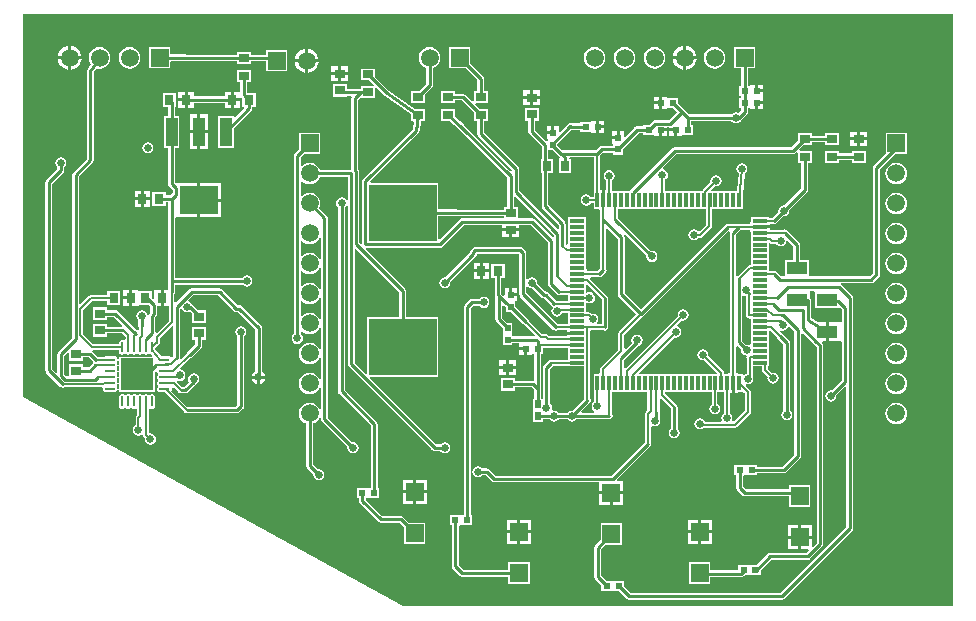
<source format=gtl>
G04 Layer_Physical_Order=1*
G04 Layer_Color=255*
%FSLAX25Y25*%
%MOIN*%
G70*
G01*
G75*
%ADD10R,0.03543X0.02756*%
%ADD11R,0.22638X0.18701*%
%ADD12O,0.03740X0.00984*%
%ADD13O,0.00984X0.03740*%
%ADD14R,0.10630X0.10630*%
%ADD15R,0.01969X0.02362*%
%ADD16R,0.02362X0.01969*%
%ADD17R,0.02000X0.02500*%
%ADD18R,0.03543X0.03150*%
%ADD19R,0.03150X0.03543*%
%ADD20R,0.06693X0.04331*%
%ADD21R,0.05906X0.05906*%
%ADD22R,0.04724X0.01181*%
%ADD23R,0.01181X0.04724*%
%ADD24R,0.12992X0.09449*%
%ADD25R,0.03937X0.09449*%
%ADD26R,0.02756X0.03543*%
%ADD27C,0.01000*%
%ADD28C,0.00827*%
%ADD29C,0.00600*%
%ADD30C,0.00689*%
%ADD31C,0.00800*%
%ADD32C,0.05906*%
%ADD33R,0.05906X0.05906*%
%ADD34C,0.02500*%
G36*
X657293Y455000D02*
Y269207D01*
X474000D01*
X420000Y299000D01*
X347500Y339000D01*
Y466500D01*
X657293D01*
Y455000D01*
D02*
G37*
%LPC*%
G36*
X502819Y380500D02*
X500744D01*
Y378228D01*
X502819D01*
Y380500D01*
D02*
G37*
G36*
X499744D02*
X497669D01*
Y378228D01*
X499744D01*
Y380500D01*
D02*
G37*
G36*
X511984Y375149D02*
X510500D01*
Y373468D01*
X511984D01*
Y375149D01*
D02*
G37*
G36*
X502819Y383772D02*
X500744D01*
Y381500D01*
X502819D01*
Y383772D01*
D02*
G37*
G36*
X499744D02*
X497669D01*
Y381500D01*
X499744D01*
Y383772D01*
D02*
G37*
G36*
X638500Y387083D02*
X637572Y386961D01*
X636708Y386603D01*
X635966Y386034D01*
X635397Y385292D01*
X635039Y384427D01*
X634917Y383500D01*
X635039Y382573D01*
X635397Y381708D01*
X635966Y380966D01*
X636708Y380397D01*
X637572Y380039D01*
X638500Y379917D01*
X639428Y380039D01*
X640292Y380397D01*
X641034Y380966D01*
X641603Y381708D01*
X641961Y382573D01*
X642083Y383500D01*
X641961Y384427D01*
X641603Y385292D01*
X641034Y386034D01*
X640292Y386603D01*
X639428Y386961D01*
X638500Y387083D01*
D02*
G37*
G36*
X382756Y374772D02*
X380681D01*
Y372500D01*
X382756D01*
Y374772D01*
D02*
G37*
G36*
X638500Y367083D02*
X637572Y366961D01*
X636708Y366603D01*
X635966Y366034D01*
X635397Y365292D01*
X635039Y364427D01*
X634917Y363500D01*
X635039Y362573D01*
X635397Y361708D01*
X635966Y360966D01*
X636708Y360397D01*
X637572Y360039D01*
X638500Y359917D01*
X639428Y360039D01*
X640292Y360397D01*
X641034Y360966D01*
X641603Y361708D01*
X641961Y362573D01*
X642083Y363500D01*
X641961Y364427D01*
X641603Y365292D01*
X641034Y366034D01*
X640292Y366603D01*
X639428Y366961D01*
X638500Y367083D01*
D02*
G37*
G36*
X514531Y354500D02*
X512850D01*
Y353016D01*
X514531D01*
Y354500D01*
D02*
G37*
G36*
X638500Y357083D02*
X637572Y356961D01*
X636708Y356603D01*
X635966Y356034D01*
X635397Y355292D01*
X635039Y354427D01*
X634917Y353500D01*
X635039Y352573D01*
X635397Y351708D01*
X635966Y350966D01*
X636708Y350397D01*
X637572Y350039D01*
X638500Y349917D01*
X639428Y350039D01*
X640292Y350397D01*
X641034Y350966D01*
X641603Y351708D01*
X641961Y352573D01*
X642083Y353500D01*
X641961Y354427D01*
X641603Y355292D01*
X641034Y356034D01*
X640292Y356603D01*
X639428Y356961D01*
X638500Y357083D01*
D02*
G37*
G36*
X501000Y372386D02*
X500278Y372243D01*
X499666Y371834D01*
X499524Y371621D01*
X497000D01*
X497000Y371622D01*
X496571Y371536D01*
X496207Y371293D01*
X496207Y371293D01*
X494675Y369762D01*
X494432Y369398D01*
X494347Y368969D01*
X494347Y368969D01*
Y299938D01*
X493994Y299584D01*
X493313Y299584D01*
X493188Y299584D01*
X489750D01*
Y296416D01*
X490410D01*
Y282439D01*
X490410Y282439D01*
X490495Y282010D01*
X490738Y281646D01*
X492957Y279427D01*
X492957Y279427D01*
X493321Y279184D01*
X493750Y279099D01*
X493750Y279099D01*
X509164D01*
Y276668D01*
X516269D01*
Y283773D01*
X509164D01*
Y281342D01*
X494215D01*
X492653Y282903D01*
Y296062D01*
X493007Y296416D01*
X493687Y296416D01*
X493813Y296416D01*
X497250D01*
Y299584D01*
X496590D01*
Y368504D01*
X497465Y369378D01*
X499524D01*
X499666Y369166D01*
X500278Y368757D01*
X501000Y368614D01*
X501722Y368757D01*
X502334Y369166D01*
X502743Y369778D01*
X502886Y370500D01*
X502743Y371222D01*
X502334Y371834D01*
X501722Y372243D01*
X501000Y372386D01*
D02*
G37*
G36*
X638500Y377083D02*
X637572Y376961D01*
X636708Y376603D01*
X635966Y376034D01*
X635397Y375292D01*
X635039Y374427D01*
X634917Y373500D01*
X635039Y372573D01*
X635397Y371708D01*
X635966Y370966D01*
X636708Y370397D01*
X637572Y370039D01*
X638500Y369917D01*
X639428Y370039D01*
X640292Y370397D01*
X641034Y370966D01*
X641603Y371708D01*
X641961Y372573D01*
X642083Y373500D01*
X641961Y374427D01*
X641603Y375292D01*
X641034Y376034D01*
X640292Y376603D01*
X639428Y376961D01*
X638500Y377083D01*
D02*
G37*
G36*
X382756Y371500D02*
X380681D01*
Y369228D01*
X382756D01*
Y371500D01*
D02*
G37*
G36*
X389819Y407772D02*
X387744D01*
Y405500D01*
X389819D01*
Y407772D01*
D02*
G37*
G36*
X386744D02*
X384669D01*
Y405500D01*
X386744D01*
Y407772D01*
D02*
G37*
G36*
X413496Y410307D02*
X406500D01*
Y405083D01*
X413496D01*
Y410307D01*
D02*
G37*
G36*
X628372Y421025D02*
X623628D01*
Y420169D01*
X619372D01*
Y421025D01*
X614628D01*
Y417069D01*
X619372D01*
Y417926D01*
X623628D01*
Y417069D01*
X628372D01*
Y421025D01*
D02*
G37*
G36*
X389000Y423886D02*
X388278Y423743D01*
X387666Y423334D01*
X387257Y422722D01*
X387114Y422000D01*
X387257Y421278D01*
X387666Y420666D01*
X388278Y420257D01*
X389000Y420114D01*
X389722Y420257D01*
X390334Y420666D01*
X390743Y421278D01*
X390886Y422000D01*
X390743Y422722D01*
X390334Y423334D01*
X389722Y423743D01*
X389000Y423886D01*
D02*
G37*
G36*
X638500Y417083D02*
X637572Y416961D01*
X636708Y416603D01*
X635966Y416034D01*
X635397Y415292D01*
X635039Y414428D01*
X634917Y413500D01*
X635039Y412572D01*
X635397Y411708D01*
X635966Y410966D01*
X636708Y410397D01*
X637572Y410039D01*
X638500Y409917D01*
X639428Y410039D01*
X640292Y410397D01*
X641034Y410966D01*
X641603Y411708D01*
X641961Y412572D01*
X642083Y413500D01*
X641961Y414428D01*
X641603Y415292D01*
X641034Y416034D01*
X640292Y416603D01*
X639428Y416961D01*
X638500Y417083D01*
D02*
G37*
G36*
X389819Y404500D02*
X387744D01*
Y402228D01*
X389819D01*
Y404500D01*
D02*
G37*
G36*
X512772Y394244D02*
X510500D01*
Y392169D01*
X512772D01*
Y394244D01*
D02*
G37*
G36*
X509500D02*
X507228D01*
Y392169D01*
X509500D01*
Y394244D01*
D02*
G37*
G36*
X638500Y397083D02*
X637572Y396961D01*
X636708Y396603D01*
X635966Y396034D01*
X635397Y395292D01*
X635039Y394427D01*
X634917Y393500D01*
X635039Y392573D01*
X635397Y391708D01*
X635966Y390966D01*
X636708Y390397D01*
X637572Y390039D01*
X638500Y389917D01*
X639428Y390039D01*
X640292Y390397D01*
X641034Y390966D01*
X641603Y391708D01*
X641961Y392573D01*
X642083Y393500D01*
X641961Y394427D01*
X641603Y395292D01*
X641034Y396034D01*
X640292Y396603D01*
X639428Y396961D01*
X638500Y397083D01*
D02*
G37*
G36*
X386744Y404500D02*
X384669D01*
Y402228D01*
X386744D01*
Y404500D01*
D02*
G37*
G36*
X638500Y407083D02*
X637572Y406961D01*
X636708Y406603D01*
X635966Y406034D01*
X635397Y405292D01*
X635039Y404427D01*
X634917Y403500D01*
X635039Y402573D01*
X635397Y401708D01*
X635966Y400966D01*
X636708Y400397D01*
X637572Y400039D01*
X638500Y399917D01*
X639428Y400039D01*
X640292Y400397D01*
X641034Y400966D01*
X641603Y401708D01*
X641961Y402573D01*
X642083Y403500D01*
X641961Y404427D01*
X641603Y405292D01*
X641034Y406034D01*
X640292Y406603D01*
X639428Y406961D01*
X638500Y407083D01*
D02*
G37*
G36*
X413496Y404083D02*
X406500D01*
Y398858D01*
X413496D01*
Y404083D01*
D02*
G37*
G36*
X516669Y297953D02*
X513217D01*
Y294500D01*
X516669D01*
Y297953D01*
D02*
G37*
G36*
X572500D02*
X569047D01*
Y294500D01*
X572500D01*
Y297953D01*
D02*
G37*
G36*
X512217D02*
X508764D01*
Y294500D01*
X512217D01*
Y297953D01*
D02*
G37*
G36*
X547453Y306500D02*
X544000D01*
Y303047D01*
X547453D01*
Y306500D01*
D02*
G37*
G36*
X543000D02*
X539547D01*
Y303047D01*
X543000D01*
Y306500D01*
D02*
G37*
G36*
X576953Y297953D02*
X573500D01*
Y294500D01*
X576953D01*
Y297953D01*
D02*
G37*
G36*
X610253Y296163D02*
X606800D01*
Y292710D01*
X610253D01*
Y296163D01*
D02*
G37*
G36*
X516669Y293500D02*
X513217D01*
Y290047D01*
X516669D01*
Y293500D01*
D02*
G37*
G36*
X512217D02*
X508764D01*
Y290047D01*
X512217D01*
Y293500D01*
D02*
G37*
G36*
X605800Y291710D02*
X602347D01*
Y288257D01*
X605800D01*
Y291710D01*
D02*
G37*
G36*
Y296163D02*
X602347D01*
Y292710D01*
X605800D01*
Y296163D01*
D02*
G37*
G36*
X576953Y293500D02*
X573500D01*
Y290047D01*
X576953D01*
Y293500D01*
D02*
G37*
G36*
X572500D02*
X569047D01*
Y290047D01*
X572500D01*
Y293500D01*
D02*
G37*
G36*
X508500Y348256D02*
X506228D01*
Y346181D01*
X508500D01*
Y348256D01*
D02*
G37*
G36*
X428095Y345000D02*
X426400D01*
Y343305D01*
X426778Y343380D01*
X427522Y343878D01*
X428019Y344622D01*
X428095Y345000D01*
D02*
G37*
G36*
X425400D02*
X423705D01*
X423781Y344622D01*
X424278Y343878D01*
X425022Y343380D01*
X425400Y343305D01*
Y345000D01*
D02*
G37*
G36*
X511772Y351331D02*
X509500D01*
Y349256D01*
X511772D01*
Y351331D01*
D02*
G37*
G36*
X508500D02*
X506228D01*
Y349256D01*
X508500D01*
Y351331D01*
D02*
G37*
G36*
X511772Y348256D02*
X509500D01*
Y346181D01*
X511772D01*
Y348256D01*
D02*
G37*
G36*
X638500Y347083D02*
X637572Y346961D01*
X636708Y346603D01*
X635966Y346034D01*
X635397Y345292D01*
X635039Y344427D01*
X634917Y343500D01*
X635039Y342573D01*
X635397Y341708D01*
X635966Y340966D01*
X636708Y340397D01*
X637572Y340039D01*
X638500Y339917D01*
X639428Y340039D01*
X640292Y340397D01*
X641034Y340966D01*
X641603Y341708D01*
X641961Y342573D01*
X642083Y343500D01*
X641961Y344427D01*
X641603Y345292D01*
X641034Y346034D01*
X640292Y346603D01*
X639428Y346961D01*
X638500Y347083D01*
D02*
G37*
G36*
X477500Y311232D02*
X474047D01*
Y307780D01*
X477500D01*
Y311232D01*
D02*
G37*
G36*
X481953Y306780D02*
X478500D01*
Y303327D01*
X481953D01*
Y306780D01*
D02*
G37*
G36*
X477500D02*
X474047D01*
Y303327D01*
X477500D01*
Y306780D01*
D02*
G37*
G36*
X390421Y339936D02*
X389995Y339851D01*
X389777Y339706D01*
X389437Y339645D01*
X389097Y339706D01*
X388879Y339851D01*
X388453Y339936D01*
X388027Y339851D01*
X387809Y339706D01*
X387469Y339645D01*
X387128Y339706D01*
X386910Y339851D01*
X386484Y339936D01*
X386058Y339851D01*
X385840Y339706D01*
X385500Y339645D01*
X385160Y339706D01*
X384942Y339851D01*
X384516Y339936D01*
X384090Y339851D01*
X383872Y339706D01*
X383531Y339645D01*
X383191Y339706D01*
X382973Y339851D01*
X382547Y339936D01*
X382121Y339851D01*
X381903Y339706D01*
X381563Y339645D01*
X381223Y339706D01*
X381005Y339851D01*
X380579Y339936D01*
X380153Y339851D01*
X379791Y339610D01*
X379550Y339249D01*
X379465Y338823D01*
Y336067D01*
X379550Y335641D01*
X379791Y335279D01*
X380153Y335038D01*
X380579Y334953D01*
X381005Y335038D01*
X381223Y335184D01*
X381563Y335244D01*
X381903Y335184D01*
X382121Y335038D01*
X382547Y334953D01*
X382973Y335038D01*
X383191Y335184D01*
X383531Y335244D01*
X383872Y335184D01*
X384090Y335038D01*
X384516Y334953D01*
X384942Y335038D01*
X385067Y335121D01*
X385567Y334854D01*
Y332864D01*
X385251Y332549D01*
X385052Y332251D01*
X384982Y331900D01*
Y329512D01*
X384566Y329234D01*
X384157Y328622D01*
X384014Y327900D01*
X384157Y327178D01*
X384566Y326566D01*
X385178Y326157D01*
X385900Y326014D01*
X386622Y326157D01*
X386956Y326380D01*
X386996Y326378D01*
X387477Y326127D01*
X387511Y325957D01*
X387732Y325626D01*
X388088Y325271D01*
X388014Y324900D01*
X388157Y324178D01*
X388566Y323566D01*
X389178Y323157D01*
X389900Y323014D01*
X390622Y323157D01*
X391234Y323566D01*
X391643Y324178D01*
X391786Y324900D01*
X391643Y325622D01*
X391234Y326234D01*
X390622Y326643D01*
X389900Y326786D01*
X389829Y326772D01*
X389370Y327162D01*
Y334854D01*
X389870Y335121D01*
X389995Y335038D01*
X390421Y334953D01*
X390847Y335038D01*
X391209Y335279D01*
X391450Y335641D01*
X391535Y336067D01*
Y338823D01*
X391450Y339249D01*
X391209Y339610D01*
X390847Y339851D01*
X390421Y339936D01*
D02*
G37*
G36*
X638500Y337083D02*
X637572Y336961D01*
X636708Y336603D01*
X635966Y336034D01*
X635397Y335292D01*
X635039Y334427D01*
X634917Y333500D01*
X635039Y332573D01*
X635397Y331708D01*
X635966Y330966D01*
X636708Y330397D01*
X637572Y330039D01*
X638500Y329917D01*
X639428Y330039D01*
X640292Y330397D01*
X641034Y330966D01*
X641603Y331708D01*
X641961Y332573D01*
X642083Y333500D01*
X641961Y334427D01*
X641603Y335292D01*
X641034Y336034D01*
X640292Y336603D01*
X639428Y336961D01*
X638500Y337083D01*
D02*
G37*
G36*
X481953Y311232D02*
X478500D01*
Y307780D01*
X481953D01*
Y311232D01*
D02*
G37*
G36*
X571921Y451500D02*
X568500D01*
Y448079D01*
X569032Y448149D01*
X569993Y448547D01*
X570819Y449181D01*
X571453Y450007D01*
X571851Y450968D01*
X571921Y451500D01*
D02*
G37*
G36*
X373000Y455583D02*
X372073Y455461D01*
X371208Y455103D01*
X370466Y454534D01*
X369897Y453792D01*
X369539Y452927D01*
X369417Y452000D01*
X369539Y451073D01*
X369897Y450208D01*
X370144Y449886D01*
X368964Y448206D01*
X368915Y448093D01*
X368846Y447991D01*
X368827Y447895D01*
X368788Y447806D01*
X368785Y447683D01*
X368761Y447562D01*
Y418347D01*
X364162Y413749D01*
X363919Y413385D01*
X363834Y412956D01*
X363834Y412956D01*
Y367802D01*
X363834Y367802D01*
X363878Y367578D01*
Y358623D01*
X359207Y353951D01*
X358964Y353587D01*
X358878Y353158D01*
X358878Y353158D01*
Y347161D01*
X358417Y346970D01*
X357121Y348265D01*
Y410035D01*
X360793Y413707D01*
X360793Y413707D01*
X361036Y414071D01*
X361122Y414500D01*
Y415524D01*
X361334Y415666D01*
X361743Y416278D01*
X361886Y417000D01*
X361743Y417722D01*
X361334Y418334D01*
X360722Y418743D01*
X360000Y418886D01*
X359278Y418743D01*
X358666Y418334D01*
X358257Y417722D01*
X358114Y417000D01*
X358257Y416278D01*
X358666Y415666D01*
X358878Y415524D01*
Y414965D01*
X355207Y411293D01*
X354964Y410929D01*
X354878Y410500D01*
X354878Y410500D01*
Y347800D01*
X354878Y347800D01*
X354964Y347371D01*
X355207Y347007D01*
X359807Y342407D01*
X360171Y342164D01*
X360600Y342078D01*
X361029Y342164D01*
X361139Y342237D01*
X373613D01*
X373652Y342216D01*
X373985Y341737D01*
X373953Y341579D01*
X374038Y341153D01*
X374279Y340791D01*
X374641Y340550D01*
X375067Y340465D01*
X377823D01*
X378249Y340550D01*
X378610Y340791D01*
X378852Y341153D01*
X378936Y341579D01*
X378852Y342005D01*
X378706Y342223D01*
X378645Y342563D01*
X378706Y342903D01*
X378852Y343121D01*
X378936Y343547D01*
X378852Y343973D01*
X378706Y344191D01*
X378645Y344531D01*
X378706Y344872D01*
X378852Y345090D01*
X378936Y345516D01*
X378852Y345942D01*
X378706Y346160D01*
X378645Y346500D01*
X378706Y346840D01*
X378852Y347058D01*
X378936Y347484D01*
X378852Y347910D01*
X378706Y348128D01*
X378645Y348468D01*
X378706Y348809D01*
X378852Y349027D01*
X378936Y349453D01*
X378852Y349879D01*
X378706Y350097D01*
X378645Y350437D01*
X378706Y350777D01*
X378852Y350995D01*
X378936Y351421D01*
X378852Y351847D01*
X378610Y352209D01*
X378249Y352450D01*
X377823Y352535D01*
X375067D01*
X374641Y352450D01*
X374474Y352339D01*
X372303D01*
X370593Y354049D01*
X370461Y354138D01*
X370612Y354638D01*
X379465D01*
Y354177D01*
X379550Y353751D01*
X379791Y353390D01*
X380153Y353149D01*
X380579Y353064D01*
X381005Y353149D01*
X381223Y353294D01*
X381563Y353355D01*
X381903Y353294D01*
X382121Y353149D01*
X382547Y353064D01*
X382973Y353149D01*
X383191Y353294D01*
X383531Y353355D01*
X383872Y353294D01*
X384090Y353149D01*
X384516Y353064D01*
X384942Y353149D01*
X385160Y353294D01*
X385500Y353355D01*
X385840Y353294D01*
X386058Y353149D01*
X386484Y353064D01*
X386910Y353149D01*
X387128Y353294D01*
X387469Y353355D01*
X387809Y353294D01*
X388027Y353149D01*
X388453Y353064D01*
X388879Y353149D01*
X389097Y353294D01*
X389437Y353355D01*
X389777Y353294D01*
X389995Y353149D01*
X390322Y353083D01*
X390453Y352915D01*
X390311Y352542D01*
X390179Y352415D01*
X379585D01*
Y340585D01*
X391415D01*
Y347217D01*
X391583Y347336D01*
X392137Y347116D01*
X392148Y347058D01*
X392294Y346840D01*
X392355Y346500D01*
X392294Y346160D01*
X392148Y345942D01*
X392064Y345516D01*
X392148Y345090D01*
X392294Y344872D01*
X392355Y344531D01*
X392294Y344191D01*
X392148Y343973D01*
X392064Y343547D01*
X392148Y343121D01*
X392294Y342903D01*
X392355Y342563D01*
X392294Y342223D01*
X392148Y342005D01*
X392064Y341579D01*
X392148Y341153D01*
X392390Y340791D01*
X392751Y340550D01*
X393177Y340465D01*
X394816D01*
X400901Y334380D01*
X400943Y334171D01*
X401186Y333807D01*
X401550Y333564D01*
X401979Y333478D01*
X418750D01*
X418750Y333478D01*
X419179Y333564D01*
X419543Y333807D01*
X420793Y335057D01*
X420793Y335057D01*
X421036Y335421D01*
X421122Y335850D01*
X421122Y335850D01*
Y359124D01*
X421334Y359266D01*
X421743Y359878D01*
X421886Y360600D01*
X421743Y361322D01*
X421334Y361934D01*
X420722Y362343D01*
X420000Y362486D01*
X419278Y362343D01*
X418666Y361934D01*
X418257Y361322D01*
X418114Y360600D01*
X418257Y359878D01*
X418666Y359266D01*
X418878Y359124D01*
Y336315D01*
X418285Y335721D01*
X402155D01*
X396867Y341010D01*
X396962Y341153D01*
X397047Y341579D01*
X397012Y341752D01*
X397294Y342258D01*
X397360Y342309D01*
X397557Y342338D01*
X398944Y340950D01*
X398970Y340821D01*
X399213Y340457D01*
X399577Y340214D01*
X400006Y340128D01*
X401540D01*
X401540Y340128D01*
X401969Y340214D01*
X402333Y340457D01*
X405056Y343180D01*
X405634Y343566D01*
X406043Y344178D01*
X406186Y344900D01*
X406043Y345622D01*
X405634Y346234D01*
X405022Y346643D01*
X404300Y346786D01*
X403578Y346643D01*
X402966Y346234D01*
X402557Y345622D01*
X402414Y344900D01*
X402557Y344178D01*
X402687Y343984D01*
X401075Y342372D01*
X400247D01*
X398672Y343947D01*
X398897Y344399D01*
X398913Y344403D01*
X399635Y344260D01*
X400357Y344403D01*
X400969Y344812D01*
X401378Y345424D01*
X401521Y346146D01*
X401378Y346868D01*
X400969Y347480D01*
X400357Y347889D01*
X399970Y347966D01*
X399806Y348508D01*
X403220Y351922D01*
X403429Y351964D01*
X403793Y352207D01*
X406793Y355207D01*
X407036Y355571D01*
X407122Y356000D01*
X407122Y356000D01*
Y358069D01*
X408372D01*
Y362419D01*
X403628D01*
Y358069D01*
X404879D01*
Y356465D01*
X402207Y353793D01*
X401964Y353429D01*
X401922Y353220D01*
X400205Y351503D01*
X399744Y351749D01*
X399771Y351887D01*
Y368116D01*
X400234Y368264D01*
X400272Y368257D01*
X400666Y367666D01*
X401278Y367257D01*
X402000Y367114D01*
X402722Y367257D01*
X402982Y367431D01*
X403628Y366786D01*
Y363581D01*
X408372D01*
Y367931D01*
X405655D01*
X403793Y369793D01*
X403616Y369911D01*
X403334Y370334D01*
X402722Y370743D01*
X402644Y370758D01*
X402499Y371236D01*
X404141Y372879D01*
X412535D01*
X417776Y367638D01*
X417776Y367638D01*
X418140Y367395D01*
X418569Y367309D01*
X419105D01*
X424878Y361535D01*
Y347523D01*
X424278Y347122D01*
X423781Y346378D01*
X423705Y346000D01*
X428095D01*
X428019Y346378D01*
X427522Y347122D01*
X427122Y347390D01*
Y362000D01*
X427122Y362000D01*
X427036Y362429D01*
X426793Y362793D01*
X426793Y362793D01*
X420362Y369224D01*
X419998Y369467D01*
X419569Y369552D01*
X419569Y369552D01*
X419034D01*
X413793Y374793D01*
X413429Y375036D01*
X413000Y375122D01*
X413000Y375121D01*
X403677D01*
X403677Y375122D01*
X403247Y375036D01*
X402883Y374793D01*
X402883Y374793D01*
X398380Y370289D01*
X397918Y370480D01*
Y373274D01*
X398036Y373451D01*
X398122Y373881D01*
Y376431D01*
X420524D01*
X420666Y376219D01*
X421278Y375810D01*
X422000Y375666D01*
X422722Y375810D01*
X423334Y376219D01*
X423743Y376831D01*
X423886Y377553D01*
X423743Y378275D01*
X423334Y378887D01*
X422722Y379295D01*
X422000Y379439D01*
X421278Y379295D01*
X420666Y378887D01*
X420524Y378674D01*
X398122D01*
Y398574D01*
X398504Y398858D01*
X405500D01*
Y404583D01*
Y410307D01*
X398504D01*
X398504Y410307D01*
Y410307D01*
X398134Y410587D01*
X398066Y410639D01*
Y422093D01*
X399513D01*
Y432742D01*
X398066D01*
Y435628D01*
X398419D01*
Y440372D01*
X394069D01*
Y435628D01*
X395823D01*
Y432742D01*
X394376D01*
Y422093D01*
X395823D01*
Y410000D01*
X395823Y410000D01*
X395909Y409571D01*
X396152Y409207D01*
X397282Y408076D01*
Y406869D01*
X396535Y406121D01*
X394931D01*
Y407372D01*
X390581D01*
Y402628D01*
X394931D01*
Y403878D01*
X395879D01*
Y377000D01*
X395878Y377000D01*
X395879Y377000D01*
Y374772D01*
X394256D01*
Y372000D01*
Y369228D01*
X396082D01*
Y364380D01*
X391971Y360269D01*
X391472Y360476D01*
Y365483D01*
X391793Y365805D01*
X391793Y365805D01*
X392036Y366169D01*
X392122Y366598D01*
X392122Y366598D01*
Y369228D01*
X393256D01*
Y372000D01*
Y374772D01*
X391181D01*
Y371834D01*
X390712Y371629D01*
X390419Y371866D01*
Y374372D01*
X386331D01*
X386072Y374372D01*
X385831Y374772D01*
X385828Y374772D01*
X383756D01*
Y372000D01*
Y369228D01*
X385831Y369228D01*
X386072Y369628D01*
X386331Y369628D01*
X389432D01*
X389879Y369181D01*
Y367063D01*
X389557Y366741D01*
X389319Y366386D01*
X389280Y366378D01*
X388808Y366395D01*
X388743Y366722D01*
X388334Y367334D01*
X387722Y367743D01*
X387000Y367886D01*
X386278Y367743D01*
X385666Y367334D01*
X385257Y366722D01*
X385114Y366000D01*
X385257Y365278D01*
X385666Y364666D01*
X385878Y364524D01*
Y362750D01*
X385964Y362321D01*
X386037Y362211D01*
Y361256D01*
X385537Y361049D01*
X379037Y367549D01*
X378673Y367792D01*
X378244Y367877D01*
X378244Y367877D01*
X375372D01*
Y368931D01*
X370628D01*
Y364581D01*
X375372D01*
Y365634D01*
X377780D01*
X380548Y362865D01*
X380341Y362366D01*
X375372D01*
Y363419D01*
X370628D01*
Y359069D01*
X375372D01*
Y360122D01*
X380436D01*
X381630Y358928D01*
Y358146D01*
X381130Y357879D01*
X381005Y357962D01*
X380579Y358047D01*
X380153Y357962D01*
X379791Y357720D01*
X379550Y357359D01*
X379465Y356933D01*
Y356473D01*
X370825D01*
X367318Y359980D01*
Y367956D01*
X370399Y371037D01*
X375569D01*
Y369628D01*
X379919D01*
Y374372D01*
X375569D01*
Y372963D01*
X370000D01*
X370000Y372963D01*
X369632Y372890D01*
X369319Y372681D01*
X366539Y369901D01*
X366077Y370092D01*
Y412491D01*
X370675Y417089D01*
X370675Y417089D01*
X370918Y417453D01*
X371004Y417882D01*
Y447207D01*
X371969Y448582D01*
X372073Y448539D01*
X373000Y448417D01*
X373927Y448539D01*
X374792Y448897D01*
X375534Y449466D01*
X376103Y450208D01*
X376461Y451073D01*
X376583Y452000D01*
X376461Y452927D01*
X376103Y453792D01*
X375534Y454534D01*
X374792Y455103D01*
X373927Y455461D01*
X373000Y455583D01*
D02*
G37*
G36*
X483000D02*
X482072Y455461D01*
X481208Y455103D01*
X480466Y454534D01*
X479897Y453792D01*
X479539Y452927D01*
X479417Y452000D01*
X479539Y451073D01*
X479897Y450208D01*
X480466Y449466D01*
X481208Y448897D01*
X481878Y448619D01*
Y443417D01*
X479392Y440931D01*
X476628D01*
Y436975D01*
X481372D01*
Y439738D01*
X483793Y442160D01*
X483793Y442160D01*
X484036Y442524D01*
X484122Y442953D01*
Y448619D01*
X484792Y448897D01*
X485534Y449466D01*
X486103Y450208D01*
X486461Y451073D01*
X486583Y452000D01*
X486461Y452927D01*
X486103Y453792D01*
X485534Y454534D01*
X484792Y455103D01*
X483927Y455461D01*
X483000Y455583D01*
D02*
G37*
G36*
X567500Y451500D02*
X564079D01*
X564149Y450968D01*
X564547Y450007D01*
X565181Y449181D01*
X566007Y448547D01*
X566968Y448149D01*
X567500Y448079D01*
Y451500D01*
D02*
G37*
G36*
X366921D02*
X363500D01*
Y448079D01*
X364032Y448149D01*
X364993Y448547D01*
X365819Y449181D01*
X366453Y450007D01*
X366851Y450968D01*
X366921Y451500D01*
D02*
G37*
G36*
X559531Y438984D02*
X557850D01*
Y437500D01*
X559531D01*
Y438984D01*
D02*
G37*
G36*
X383000Y455583D02*
X382073Y455461D01*
X381208Y455103D01*
X380466Y454534D01*
X379897Y453792D01*
X379539Y452927D01*
X379417Y452000D01*
X379539Y451073D01*
X379897Y450208D01*
X380466Y449466D01*
X381208Y448897D01*
X382073Y448539D01*
X383000Y448417D01*
X383927Y448539D01*
X384792Y448897D01*
X385534Y449466D01*
X386103Y450208D01*
X386461Y451073D01*
X386583Y452000D01*
X386461Y452927D01*
X386103Y453792D01*
X385534Y454534D01*
X384792Y455103D01*
X383927Y455461D01*
X383000Y455583D01*
D02*
G37*
G36*
X419819Y437500D02*
X417744D01*
Y435228D01*
X419819D01*
Y437500D01*
D02*
G37*
G36*
X401256D02*
X399181D01*
Y435228D01*
X401256D01*
Y437500D01*
D02*
G37*
G36*
X594150Y436500D02*
X592469D01*
Y435016D01*
X594150D01*
Y436500D01*
D02*
G37*
G36*
X519772Y438256D02*
X517500D01*
Y436181D01*
X519772D01*
Y438256D01*
D02*
G37*
G36*
X538000Y455583D02*
X537073Y455461D01*
X536208Y455103D01*
X535466Y454534D01*
X534897Y453792D01*
X534539Y452927D01*
X534417Y452000D01*
X534539Y451073D01*
X534897Y450208D01*
X535466Y449466D01*
X536208Y448897D01*
X537073Y448539D01*
X538000Y448417D01*
X538928Y448539D01*
X539792Y448897D01*
X540534Y449466D01*
X541103Y450208D01*
X541461Y451073D01*
X541583Y452000D01*
X541461Y452927D01*
X541103Y453792D01*
X540534Y454534D01*
X539792Y455103D01*
X538928Y455461D01*
X538000Y455583D01*
D02*
G37*
G36*
X516500Y438256D02*
X514228D01*
Y436181D01*
X516500D01*
Y438256D01*
D02*
G37*
G36*
X452500Y446256D02*
X450228D01*
Y444181D01*
X452500D01*
Y446256D01*
D02*
G37*
G36*
X594150Y442984D02*
X592469D01*
Y441500D01*
X594150D01*
Y442984D01*
D02*
G37*
G36*
X519772Y441331D02*
X517500D01*
Y439256D01*
X519772D01*
Y441331D01*
D02*
G37*
G36*
X445921Y450500D02*
X442500D01*
Y447079D01*
X443032Y447149D01*
X443993Y447547D01*
X444819Y448181D01*
X445453Y449007D01*
X445851Y449968D01*
X445921Y450500D01*
D02*
G37*
G36*
X441500D02*
X438079D01*
X438149Y449968D01*
X438547Y449007D01*
X439181Y448181D01*
X440007Y447547D01*
X440968Y447149D01*
X441500Y447079D01*
Y450500D01*
D02*
G37*
G36*
X455772Y446256D02*
X453500D01*
Y444181D01*
X455772D01*
Y446256D01*
D02*
G37*
G36*
X452500Y449331D02*
X450228D01*
Y447256D01*
X452500D01*
Y449331D01*
D02*
G37*
G36*
X396553Y455553D02*
X389447D01*
Y448447D01*
X396553D01*
Y450513D01*
X396907Y450866D01*
X407449Y450831D01*
X407451Y450832D01*
X407453Y450831D01*
X418628D01*
Y449975D01*
X423372D01*
Y450831D01*
X428447D01*
Y447447D01*
X435553D01*
Y454553D01*
X428447D01*
Y453074D01*
X423372D01*
Y453931D01*
X418628D01*
Y453074D01*
X407453D01*
X396553Y453110D01*
Y455553D01*
D02*
G37*
G36*
X362500Y451500D02*
X359079D01*
X359149Y450968D01*
X359547Y450007D01*
X360181Y449181D01*
X361007Y448547D01*
X361968Y448149D01*
X362500Y448079D01*
Y451500D01*
D02*
G37*
G36*
X401256Y440772D02*
X399181D01*
Y438500D01*
X401256D01*
Y440772D01*
D02*
G37*
G36*
X516500Y441331D02*
X514228D01*
Y439256D01*
X516500D01*
Y441331D01*
D02*
G37*
G36*
X416744Y440772D02*
X414669D01*
Y439122D01*
X404331D01*
Y440772D01*
X402256D01*
Y438000D01*
Y435228D01*
X404331D01*
Y436878D01*
X414669D01*
Y435228D01*
X416744D01*
Y438000D01*
Y440772D01*
D02*
G37*
G36*
X455772Y449331D02*
X453500D01*
Y447256D01*
X455772D01*
Y449331D01*
D02*
G37*
G36*
X564532Y427500D02*
X562850D01*
Y426016D01*
X564532D01*
Y427500D01*
D02*
G37*
G36*
X545276Y427618D02*
X543791D01*
Y425937D01*
X545276D01*
Y427618D01*
D02*
G37*
G36*
X628772Y427331D02*
X626500D01*
Y425453D01*
X628772D01*
Y427331D01*
D02*
G37*
G36*
X567500Y455921D02*
X566968Y455851D01*
X566007Y455453D01*
X565181Y454819D01*
X564547Y453993D01*
X564149Y453032D01*
X564079Y452500D01*
X567500D01*
Y455921D01*
D02*
G37*
G36*
X541150Y428500D02*
X539469D01*
Y427016D01*
X541150D01*
Y428500D01*
D02*
G37*
G36*
X562150Y427500D02*
X560469D01*
Y426016D01*
X562150D01*
Y427500D01*
D02*
G37*
G36*
X625500Y427331D02*
X623228D01*
Y425453D01*
X625500D01*
Y427331D01*
D02*
G37*
G36*
X568500Y455921D02*
Y452500D01*
X571921D01*
X571851Y453032D01*
X571453Y453993D01*
X570819Y454819D01*
X569993Y455453D01*
X569032Y455851D01*
X568500Y455921D01*
D02*
G37*
G36*
X408968Y426917D02*
X406500D01*
Y421693D01*
X408968D01*
Y426917D01*
D02*
G37*
G36*
X405500D02*
X403031D01*
Y421693D01*
X405500D01*
Y426917D01*
D02*
G37*
G36*
X628772Y424453D02*
X626500D01*
Y422575D01*
X628772D01*
Y424453D01*
D02*
G37*
G36*
X363500Y455921D02*
Y452500D01*
X366921D01*
X366851Y453032D01*
X366453Y453993D01*
X365819Y454819D01*
X364993Y455453D01*
X364032Y455851D01*
X363500Y455921D01*
D02*
G37*
G36*
X625500Y424453D02*
X623228D01*
Y422575D01*
X625500D01*
Y424453D01*
D02*
G37*
G36*
X423372Y448025D02*
X418628D01*
Y444069D01*
X419878D01*
Y441247D01*
X419819Y440772D01*
X419378Y440772D01*
X417744D01*
Y438500D01*
X419863D01*
X420309Y438690D01*
X420581Y438468D01*
Y435628D01*
X420973D01*
X421180Y435128D01*
X418086Y432034D01*
X417624Y432225D01*
Y432742D01*
X412487D01*
Y422093D01*
X417624D01*
Y428400D01*
X423549Y434325D01*
X423549Y434325D01*
X423792Y434689D01*
X423878Y435118D01*
X423877Y435118D01*
Y435628D01*
X424931D01*
Y440372D01*
X422122D01*
Y444069D01*
X423372D01*
Y448025D01*
D02*
G37*
G36*
X548000Y455583D02*
X547073Y455461D01*
X546208Y455103D01*
X545466Y454534D01*
X544897Y453792D01*
X544539Y452927D01*
X544417Y452000D01*
X544539Y451073D01*
X544897Y450208D01*
X545466Y449466D01*
X546208Y448897D01*
X547073Y448539D01*
X548000Y448417D01*
X548927Y448539D01*
X549792Y448897D01*
X550534Y449466D01*
X551103Y450208D01*
X551461Y451073D01*
X551583Y452000D01*
X551461Y452927D01*
X551103Y453792D01*
X550534Y454534D01*
X549792Y455103D01*
X548927Y455461D01*
X548000Y455583D01*
D02*
G37*
G36*
X559531Y436500D02*
X557850D01*
Y435016D01*
X559531D01*
Y436500D01*
D02*
G37*
G36*
X558000Y455583D02*
X557072Y455461D01*
X556208Y455103D01*
X555466Y454534D01*
X554897Y453792D01*
X554539Y452927D01*
X554417Y452000D01*
X554539Y451073D01*
X554897Y450208D01*
X555466Y449466D01*
X556208Y448897D01*
X557072Y448539D01*
X558000Y448417D01*
X558927Y448539D01*
X559792Y448897D01*
X560534Y449466D01*
X561103Y450208D01*
X561461Y451073D01*
X561583Y452000D01*
X561461Y452927D01*
X561103Y453792D01*
X560534Y454534D01*
X559792Y455103D01*
X558927Y455461D01*
X558000Y455583D01*
D02*
G37*
G36*
X578000D02*
X577072Y455461D01*
X576208Y455103D01*
X575466Y454534D01*
X574897Y453792D01*
X574539Y452927D01*
X574417Y452000D01*
X574539Y451073D01*
X574897Y450208D01*
X575466Y449466D01*
X576208Y448897D01*
X577072Y448539D01*
X578000Y448417D01*
X578928Y448539D01*
X579792Y448897D01*
X580534Y449466D01*
X581103Y450208D01*
X581461Y451073D01*
X581583Y452000D01*
X581461Y452927D01*
X581103Y453792D01*
X580534Y454534D01*
X579792Y455103D01*
X578928Y455461D01*
X578000Y455583D01*
D02*
G37*
G36*
X591553Y455553D02*
X584447D01*
Y448447D01*
X586878D01*
Y442584D01*
X586250D01*
Y439416D01*
X586878D01*
Y438584D01*
X586250D01*
Y435416D01*
X586878D01*
Y434465D01*
X585982Y433568D01*
X585722Y433743D01*
X585000Y433886D01*
X584278Y433743D01*
X583666Y433334D01*
X583524Y433122D01*
X569433D01*
X567762Y434793D01*
X567762Y434793D01*
X565750Y436805D01*
Y438584D01*
X562213D01*
Y438984D01*
X560532D01*
Y437000D01*
Y435016D01*
X562213D01*
Y435416D01*
X563967D01*
X565382Y434000D01*
X562588Y431206D01*
X558116D01*
X557686Y431120D01*
X557323Y430877D01*
X557323Y430877D01*
X556030Y429584D01*
X554250D01*
Y429122D01*
X552000D01*
X552000Y429122D01*
X551571Y429036D01*
X551207Y428793D01*
X550964Y428429D01*
X550925Y428236D01*
X548222Y425532D01*
X547760Y425724D01*
Y427618D01*
X546276D01*
Y425437D01*
X545776D01*
Y424937D01*
X543791D01*
Y423256D01*
X544191D01*
Y422622D01*
X540378D01*
X540378Y422622D01*
X539949Y422536D01*
X539585Y422293D01*
X538413Y421122D01*
X527240D01*
X525584Y422778D01*
Y423222D01*
X530240Y427878D01*
X533250D01*
Y427416D01*
X536788D01*
Y427016D01*
X538469D01*
Y429000D01*
Y430984D01*
X536788D01*
Y430584D01*
X533250D01*
Y430122D01*
X530357D01*
X530317Y430148D01*
X529888Y430234D01*
X529459Y430148D01*
X529095Y429905D01*
X529095Y429905D01*
X526446Y427257D01*
X525984Y427448D01*
Y429150D01*
X524500D01*
Y426968D01*
X524000D01*
Y426469D01*
X522016D01*
Y424787D01*
X522416D01*
Y424277D01*
X521916Y424070D01*
X518122Y427865D01*
Y431069D01*
X519372D01*
Y435419D01*
X514628D01*
Y431069D01*
X515878D01*
Y427400D01*
X515878Y427400D01*
X515964Y426971D01*
X516207Y426607D01*
X520278Y422535D01*
Y418372D01*
X520069D01*
Y413628D01*
X520278D01*
Y402472D01*
X520278Y402472D01*
X520364Y402043D01*
X520607Y401679D01*
X526078Y396207D01*
Y395145D01*
X525617Y394954D01*
X512722Y407849D01*
Y415100D01*
X512722Y415100D01*
X512636Y415529D01*
X512393Y415893D01*
X512393Y415893D01*
X501122Y427165D01*
Y431069D01*
X502372D01*
Y435025D01*
X499608D01*
X498120Y436513D01*
X498312Y436975D01*
X502372D01*
Y440931D01*
X501122D01*
Y445000D01*
X501036Y445429D01*
X500793Y445793D01*
X500793Y445793D01*
X496553Y450033D01*
Y455553D01*
X489447D01*
Y448447D01*
X494967D01*
X498878Y444535D01*
Y440931D01*
X497628D01*
Y437658D01*
X497166Y437467D01*
X494887Y439746D01*
X494524Y439989D01*
X494094Y440074D01*
X494094Y440074D01*
X491372D01*
Y440931D01*
X486628D01*
Y436975D01*
X491372D01*
Y437831D01*
X493630D01*
X497628Y433833D01*
Y431069D01*
X498878D01*
Y426700D01*
X498878Y426700D01*
X498964Y426271D01*
X499207Y425907D01*
X510424Y414690D01*
X510386Y414353D01*
X509891Y414162D01*
X494293Y429761D01*
X494270Y429776D01*
X494253Y429798D01*
X491372Y432411D01*
Y435025D01*
X486628D01*
Y431069D01*
X489512D01*
X492726Y428155D01*
X508878Y412003D01*
Y402431D01*
X507628D01*
Y401378D01*
X492331D01*
X492329Y401379D01*
X491900Y401464D01*
X491900Y401464D01*
X485919D01*
Y410293D01*
X463367D01*
X463160Y410793D01*
X479293Y426926D01*
X479386Y427065D01*
X479492Y427195D01*
X479507Y427246D01*
X479536Y427290D01*
X479569Y427454D01*
X479617Y427614D01*
X479941Y431069D01*
X481372D01*
Y435025D01*
X478123D01*
X469522Y441017D01*
X464872Y445667D01*
Y448431D01*
X460128D01*
Y444475D01*
X462892D01*
X464380Y442987D01*
X464188Y442525D01*
X460128D01*
Y442145D01*
X460100Y441669D01*
X460100Y441669D01*
X455372D01*
Y443419D01*
X450628D01*
Y439069D01*
X455372D01*
Y439426D01*
X456730D01*
X456997Y438926D01*
X456964Y438876D01*
X456878Y438447D01*
X456878Y438447D01*
Y414768D01*
X456700Y414622D01*
X456700Y414622D01*
X446381D01*
X446103Y415292D01*
X445534Y416034D01*
X444792Y416603D01*
X443927Y416961D01*
X443000Y417083D01*
X442072Y416961D01*
X441208Y416603D01*
X440522Y416076D01*
X440022Y416188D01*
Y418935D01*
X441033Y419947D01*
X446553D01*
Y427053D01*
X439447D01*
Y421533D01*
X438107Y420193D01*
X437864Y419829D01*
X437778Y419400D01*
X437778Y419400D01*
Y359976D01*
X437566Y359834D01*
X437157Y359222D01*
X437014Y358500D01*
X437157Y357778D01*
X437566Y357166D01*
X438178Y356757D01*
X438900Y356614D01*
X439622Y356757D01*
X440234Y357166D01*
X440643Y357778D01*
X440786Y358500D01*
X440643Y359222D01*
X440234Y359834D01*
X440022Y359976D01*
Y360812D01*
X440522Y360924D01*
X441208Y360397D01*
X442072Y360039D01*
X443000Y359917D01*
X443927Y360039D01*
X444792Y360397D01*
X445534Y360966D01*
X446103Y361708D01*
X446278Y362131D01*
X446778Y362032D01*
Y354968D01*
X446278Y354869D01*
X446103Y355292D01*
X445534Y356034D01*
X444792Y356603D01*
X443927Y356961D01*
X443000Y357083D01*
X442072Y356961D01*
X441208Y356603D01*
X440466Y356034D01*
X439897Y355292D01*
X439539Y354427D01*
X439417Y353500D01*
X439539Y352573D01*
X439897Y351708D01*
X440466Y350966D01*
X441208Y350397D01*
X442072Y350039D01*
X443000Y349917D01*
X443927Y350039D01*
X444792Y350397D01*
X445534Y350966D01*
X446103Y351708D01*
X446278Y352131D01*
X446778Y352032D01*
Y344968D01*
X446278Y344869D01*
X446103Y345292D01*
X445534Y346034D01*
X444792Y346603D01*
X443927Y346961D01*
X443000Y347083D01*
X442072Y346961D01*
X441208Y346603D01*
X440466Y346034D01*
X439897Y345292D01*
X439539Y344427D01*
X439417Y343500D01*
X439539Y342573D01*
X439897Y341708D01*
X440466Y340966D01*
X441208Y340397D01*
X442072Y340039D01*
X443000Y339917D01*
X443927Y340039D01*
X444792Y340397D01*
X445534Y340966D01*
X446103Y341708D01*
X446278Y342131D01*
X446778Y342032D01*
Y334968D01*
X446278Y334869D01*
X446103Y335292D01*
X445534Y336034D01*
X444792Y336603D01*
X443927Y336961D01*
X443000Y337083D01*
X442072Y336961D01*
X441208Y336603D01*
X440466Y336034D01*
X439897Y335292D01*
X439539Y334427D01*
X439417Y333500D01*
X439539Y332573D01*
X439897Y331708D01*
X440466Y330966D01*
X441208Y330397D01*
X441878Y330119D01*
Y316000D01*
X441878Y316000D01*
X441964Y315571D01*
X442207Y315207D01*
X444164Y313250D01*
X444114Y313000D01*
X444257Y312278D01*
X444666Y311666D01*
X445278Y311257D01*
X446000Y311114D01*
X446722Y311257D01*
X447334Y311666D01*
X447743Y312278D01*
X447886Y313000D01*
X447743Y313722D01*
X447334Y314334D01*
X446722Y314743D01*
X446000Y314886D01*
X445750Y314837D01*
X444122Y316465D01*
Y330119D01*
X444792Y330397D01*
X445534Y330966D01*
X446103Y331708D01*
X446195Y331928D01*
X446716Y331882D01*
X446778Y331600D01*
X446864Y331171D01*
X447107Y330807D01*
X455564Y322350D01*
X455514Y322100D01*
X455657Y321378D01*
X456066Y320766D01*
X456678Y320357D01*
X457400Y320214D01*
X458122Y320357D01*
X458734Y320766D01*
X459143Y321378D01*
X459286Y322100D01*
X459143Y322822D01*
X458734Y323434D01*
X458122Y323843D01*
X457400Y323986D01*
X457150Y323937D01*
X449022Y332065D01*
Y398600D01*
X449022Y398600D01*
X448936Y399029D01*
X448693Y399393D01*
X448693Y399393D01*
X446184Y401902D01*
X446461Y402573D01*
X446583Y403500D01*
X446461Y404427D01*
X446103Y405292D01*
X445534Y406034D01*
X444792Y406603D01*
X443927Y406961D01*
X443000Y407083D01*
X442072Y406961D01*
X441208Y406603D01*
X440522Y406076D01*
X440022Y406188D01*
Y410812D01*
X440522Y410924D01*
X441208Y410397D01*
X442072Y410039D01*
X443000Y409917D01*
X443927Y410039D01*
X444792Y410397D01*
X445534Y410966D01*
X446103Y411708D01*
X446381Y412378D01*
X455678D01*
Y404719D01*
X455178Y404568D01*
X454934Y404934D01*
X454322Y405343D01*
X453600Y405486D01*
X452878Y405343D01*
X452266Y404934D01*
X451857Y404322D01*
X451714Y403600D01*
X451857Y402878D01*
X452266Y402266D01*
X452478Y402124D01*
Y340800D01*
X452478Y340800D01*
X452564Y340371D01*
X452807Y340007D01*
X463347Y329467D01*
Y308938D01*
X462993Y308584D01*
X462313Y308584D01*
X462187Y308584D01*
X458750D01*
Y305416D01*
X459410D01*
Y304400D01*
X459410Y304400D01*
X459495Y303971D01*
X459738Y303607D01*
X465939Y297407D01*
X465939Y297407D01*
X466302Y297164D01*
X466732Y297078D01*
X472835D01*
X474447Y295467D01*
Y289947D01*
X481553D01*
Y297053D01*
X476033D01*
X474093Y298993D01*
X473729Y299236D01*
X473300Y299322D01*
X473300Y299322D01*
X467196D01*
X461867Y304651D01*
Y305276D01*
X462007Y305416D01*
X462687Y305416D01*
X462813Y305416D01*
X466250D01*
Y308584D01*
X465590D01*
Y329931D01*
X465590Y329931D01*
X465505Y330361D01*
X465262Y330725D01*
X465262Y330725D01*
X454722Y341265D01*
Y402124D01*
X454934Y402266D01*
X455178Y402632D01*
X455678Y402481D01*
Y349900D01*
X455678Y349900D01*
X455764Y349471D01*
X456007Y349107D01*
X483907Y321207D01*
X483907Y321207D01*
X484271Y320964D01*
X484700Y320878D01*
X484700Y320879D01*
X486524D01*
X486666Y320666D01*
X487278Y320257D01*
X488000Y320114D01*
X488722Y320257D01*
X489334Y320666D01*
X489743Y321278D01*
X489886Y322000D01*
X489743Y322722D01*
X489334Y323334D01*
X488722Y323743D01*
X488000Y323886D01*
X487278Y323743D01*
X486666Y323334D01*
X486524Y323122D01*
X485165D01*
X463041Y345245D01*
X463232Y345707D01*
X485919D01*
Y365608D01*
X475122D01*
Y374292D01*
X475122Y374292D01*
X475036Y374721D01*
X474793Y375085D01*
X474793Y375085D01*
X461699Y388178D01*
X461907Y388679D01*
X486300D01*
X486300Y388678D01*
X486729Y388764D01*
X487093Y389007D01*
X494383Y396297D01*
X507228D01*
Y395244D01*
X512772D01*
Y396297D01*
X516617D01*
X522368Y390546D01*
Y376732D01*
X522368Y376732D01*
X522453Y376303D01*
X522696Y375939D01*
X525429Y373207D01*
X525793Y372964D01*
X526222Y372878D01*
X526651Y372964D01*
X526655Y372967D01*
X529026D01*
Y371096D01*
X525108D01*
X522411Y373793D01*
X522048Y374036D01*
X521618Y374122D01*
X521618Y374121D01*
X521465D01*
X518836Y376750D01*
X518886Y377000D01*
X518743Y377722D01*
X518334Y378334D01*
X517722Y378743D01*
X517000Y378886D01*
X516278Y378743D01*
X515666Y378334D01*
X515622Y378267D01*
X515122Y378419D01*
Y387000D01*
X515036Y387429D01*
X514793Y387793D01*
X514793Y387793D01*
X513921Y388665D01*
X513557Y388908D01*
X513128Y388993D01*
X513128Y388993D01*
X498214D01*
X498214Y388993D01*
X497784Y388908D01*
X497421Y388665D01*
X497421Y388665D01*
X496776Y388020D01*
X496533Y387656D01*
X496448Y387227D01*
X496448Y387227D01*
Y387034D01*
X488250Y378836D01*
X488000Y378886D01*
X487278Y378743D01*
X486666Y378334D01*
X486257Y377722D01*
X486114Y377000D01*
X486257Y376278D01*
X486666Y375666D01*
X487278Y375257D01*
X488000Y375114D01*
X488722Y375257D01*
X489334Y375666D01*
X489743Y376278D01*
X489886Y377000D01*
X489836Y377250D01*
X498362Y385776D01*
X498362Y385776D01*
X498605Y386140D01*
X498691Y386569D01*
X499125Y386750D01*
X512664D01*
X512878Y386535D01*
Y373140D01*
X512878Y373140D01*
X512964Y372711D01*
X513207Y372347D01*
X524158Y361396D01*
X524522Y361153D01*
X524951Y361068D01*
X525380Y361153D01*
X525558Y361271D01*
X528626D01*
Y360720D01*
X531988D01*
Y359720D01*
X528626D01*
Y359285D01*
X522792D01*
X522330Y359748D01*
X521995Y359971D01*
X521600Y360050D01*
X520442D01*
X516069Y364424D01*
X516068Y364429D01*
X515824Y364793D01*
X511584Y369033D01*
Y370787D01*
X511984D01*
Y372468D01*
X510000D01*
Y372968D01*
X509500D01*
Y375149D01*
X508016D01*
Y372887D01*
X507554Y372695D01*
X506878Y373372D01*
Y378628D01*
X507931D01*
Y383372D01*
X503581D01*
Y378628D01*
X504635D01*
Y372807D01*
X504634Y372807D01*
X504720Y372378D01*
X504878Y372140D01*
Y364969D01*
X504878Y364969D01*
X504964Y364539D01*
X505207Y364176D01*
X507416Y361967D01*
Y360188D01*
X507416D01*
Y359813D01*
X507416D01*
Y356251D01*
X510584D01*
Y356910D01*
X512850D01*
Y355500D01*
X515031D01*
Y355000D01*
X515531D01*
Y353016D01*
X517212D01*
Y353416D01*
X517878D01*
Y344676D01*
X517500Y344366D01*
X517500Y344366D01*
X511372D01*
Y345419D01*
X506628D01*
Y341069D01*
X511372D01*
Y342123D01*
X517035D01*
X517878Y341280D01*
Y338350D01*
X517400D01*
Y334850D01*
X517400Y334650D01*
X517400D01*
Y334350D01*
X517400D01*
Y330650D01*
X520600D01*
Y331479D01*
X523024D01*
X523166Y331266D01*
X523778Y330857D01*
X524500Y330714D01*
X525222Y330857D01*
X525834Y331266D01*
X525976Y331479D01*
X528924D01*
X529066Y331266D01*
X529678Y330857D01*
X530400Y330714D01*
X531122Y330857D01*
X531734Y331266D01*
X531876Y331479D01*
X542715D01*
X542715Y331478D01*
X543144Y331564D01*
X543508Y331807D01*
X543608Y331907D01*
X543851Y332271D01*
X543937Y332700D01*
X543851Y333129D01*
X543848Y333134D01*
Y340526D01*
X555561D01*
Y334537D01*
X555006Y333981D01*
X554782Y333646D01*
X554703Y333251D01*
Y323889D01*
X543535Y312721D01*
X504865D01*
X502793Y314793D01*
X502429Y315036D01*
X502000Y315122D01*
X502000Y315122D01*
X500476D01*
X500334Y315334D01*
X499722Y315743D01*
X499000Y315886D01*
X498278Y315743D01*
X497666Y315334D01*
X497257Y314722D01*
X497114Y314000D01*
X497257Y313278D01*
X497666Y312666D01*
X498278Y312257D01*
X499000Y312114D01*
X499722Y312257D01*
X500334Y312666D01*
X500476Y312878D01*
X501535D01*
X503607Y310807D01*
X503607Y310807D01*
X503971Y310564D01*
X504400Y310478D01*
X539547D01*
Y307500D01*
X543500D01*
X547453D01*
Y310953D01*
X545592D01*
X545401Y311415D01*
X556530Y322544D01*
X556773Y322907D01*
X556858Y323337D01*
X556773Y323766D01*
X556770Y323770D01*
Y329067D01*
X557211Y329302D01*
X557278Y329257D01*
X558000Y329114D01*
X558722Y329257D01*
X559334Y329666D01*
X559743Y330278D01*
X559886Y331000D01*
X559743Y331722D01*
X559685Y331809D01*
Y333937D01*
X559599Y334366D01*
X559596Y334371D01*
Y338367D01*
X560096Y338574D01*
X563378Y335292D01*
Y328476D01*
X563166Y328334D01*
X562757Y327722D01*
X562614Y327000D01*
X562757Y326278D01*
X563166Y325666D01*
X563778Y325257D01*
X564500Y325114D01*
X565222Y325257D01*
X565834Y325666D01*
X566243Y326278D01*
X566386Y327000D01*
X566243Y327722D01*
X565834Y328334D01*
X565622Y328476D01*
Y335632D01*
X565536Y336061D01*
X565293Y336425D01*
X564929Y336668D01*
X564924Y336669D01*
X561567Y340026D01*
X561570Y340526D01*
X577082D01*
Y336612D01*
X576666Y336334D01*
X576257Y335722D01*
X576114Y335000D01*
X576257Y334278D01*
X576666Y333666D01*
X577278Y333257D01*
X578000Y333114D01*
X578722Y333257D01*
X579334Y333666D01*
X579743Y334278D01*
X579886Y335000D01*
X579743Y335722D01*
X579334Y336334D01*
X578918Y336612D01*
Y340526D01*
X581152D01*
Y333658D01*
X580666Y333334D01*
X580257Y332722D01*
X580114Y332000D01*
X580257Y331278D01*
X580302Y331211D01*
X580067Y330770D01*
X574711D01*
X574334Y331334D01*
X573722Y331743D01*
X573000Y331886D01*
X572278Y331743D01*
X571666Y331334D01*
X571257Y330722D01*
X571114Y330000D01*
X571257Y329278D01*
X571666Y328666D01*
X572278Y328257D01*
X573000Y328114D01*
X573722Y328257D01*
X574334Y328666D01*
X574359Y328703D01*
X584737D01*
X585132Y328782D01*
X585467Y329006D01*
X589731Y333269D01*
X589955Y333605D01*
X590033Y334000D01*
Y340610D01*
X589955Y341006D01*
X589731Y341341D01*
X588335Y342736D01*
X588582Y343197D01*
X589000Y343114D01*
X589722Y343257D01*
X590334Y343666D01*
X590743Y344278D01*
X590886Y345000D01*
X590743Y345722D01*
X590669Y345831D01*
Y349187D01*
X593767D01*
Y347850D01*
X593845Y347455D01*
X594069Y347119D01*
X595634Y345554D01*
X595564Y345200D01*
X595707Y344478D01*
X596116Y343866D01*
X596728Y343457D01*
X597450Y343314D01*
X598172Y343457D01*
X598784Y343866D01*
X599193Y344478D01*
X599336Y345200D01*
X599193Y345922D01*
X598784Y346534D01*
X598172Y346943D01*
X597450Y347086D01*
X597095Y347016D01*
X595833Y348278D01*
Y349187D01*
X595974D01*
Y353124D01*
Y357062D01*
Y361151D01*
X596474Y361154D01*
X598863Y358765D01*
X598864Y358760D01*
X599107Y358396D01*
X600878Y356624D01*
Y334476D01*
X600666Y334334D01*
X600257Y333722D01*
X600114Y333000D01*
X600257Y332278D01*
X600666Y331666D01*
X601278Y331257D01*
X602000Y331114D01*
X602722Y331257D01*
X603334Y331666D01*
X603743Y332278D01*
X603886Y333000D01*
X603743Y333722D01*
X603334Y334334D01*
X603122Y334476D01*
Y357089D01*
X603122Y357089D01*
X603036Y357518D01*
X602793Y357882D01*
X602793Y357882D01*
X600693Y359982D01*
X600329Y360225D01*
X600324Y360226D01*
X599717Y360833D01*
X600036Y361222D01*
X600121Y361165D01*
X600843Y361021D01*
X601564Y361165D01*
X602176Y361574D01*
X602585Y362186D01*
X602601Y362263D01*
X603079Y362408D01*
X604578Y360909D01*
Y319765D01*
X600535Y315722D01*
X592050D01*
Y316184D01*
X588613D01*
X588487Y316184D01*
X588113D01*
X587988Y316184D01*
X584551D01*
Y313016D01*
X585210D01*
Y308668D01*
X585210Y308668D01*
X585295Y308239D01*
X585538Y307875D01*
X587207Y306207D01*
X587207Y306207D01*
X587571Y305964D01*
X588000Y305878D01*
X602747D01*
Y302437D01*
X609853D01*
Y309542D01*
X602747D01*
Y308121D01*
X588465D01*
X587453Y309133D01*
Y312662D01*
X587807Y313016D01*
X588487Y313016D01*
X588613Y313016D01*
X592050D01*
Y313478D01*
X601000D01*
X601000Y313478D01*
X601429Y313564D01*
X601793Y313807D01*
X606493Y318507D01*
X606493Y318507D01*
X606736Y318871D01*
X606822Y319300D01*
X606822Y319300D01*
Y360057D01*
X607283Y360248D01*
X610905Y356627D01*
X610905Y356627D01*
X611269Y356383D01*
X611346Y356368D01*
X611978Y355735D01*
Y290365D01*
X610715Y289101D01*
X610253Y289292D01*
Y291710D01*
X606800D01*
Y288257D01*
X609218D01*
X609409Y287795D01*
X608535Y286922D01*
X596300D01*
X595871Y286836D01*
X595507Y286593D01*
X595507Y286593D01*
X591698Y282784D01*
X589913D01*
X589787Y282784D01*
X589413D01*
X589288Y282784D01*
X585850D01*
Y281152D01*
X576553D01*
Y283773D01*
X569447D01*
Y276668D01*
X576553D01*
Y278908D01*
X586815D01*
X586851Y278916D01*
X586887Y278911D01*
X587064Y278958D01*
X587244Y278994D01*
X587275Y279014D01*
X587310Y279024D01*
X587456Y279135D01*
X587608Y279237D01*
X587628Y279268D01*
X587657Y279290D01*
X587943Y279616D01*
X589288D01*
X589413Y279616D01*
X589787D01*
X589913Y279616D01*
X593350D01*
Y281264D01*
X596765Y284679D01*
X609000D01*
X609000Y284678D01*
X609429Y284764D01*
X609793Y285007D01*
X613893Y289107D01*
X613893Y289107D01*
X614136Y289471D01*
X614222Y289900D01*
X614222Y289900D01*
Y356200D01*
X614222Y356200D01*
X614136Y356629D01*
X613893Y356993D01*
X613893Y356993D01*
X613828Y357058D01*
X614020Y357520D01*
X615000D01*
Y360685D01*
Y363850D01*
X612504D01*
X610099Y365333D01*
Y371185D01*
X610014Y371614D01*
X609846Y371865D01*
Y374350D01*
X610335Y374378D01*
X611177D01*
X611553Y374080D01*
Y368550D01*
X619446D01*
Y368550D01*
X619742Y368672D01*
X620278Y368135D01*
Y364015D01*
X619846Y363850D01*
Y363850D01*
X616000D01*
Y360685D01*
Y357520D01*
X619846D01*
Y357520D01*
X620278Y357355D01*
Y344465D01*
X616950Y341137D01*
X616700Y341186D01*
X615978Y341043D01*
X615366Y340634D01*
X614957Y340022D01*
X614814Y339300D01*
X614957Y338578D01*
X615366Y337966D01*
X615978Y337557D01*
X616700Y337414D01*
X617422Y337557D01*
X618034Y337966D01*
X618443Y338578D01*
X618586Y339300D01*
X618536Y339550D01*
X621417Y342430D01*
X621878Y342239D01*
Y295627D01*
X599873Y273622D01*
X549933D01*
X547750Y275805D01*
Y277584D01*
X544313D01*
X544187Y277584D01*
X543813D01*
X543687Y277584D01*
X542033D01*
X540122Y279496D01*
Y288256D01*
X541533Y289668D01*
X547053D01*
Y296773D01*
X539947D01*
Y291254D01*
X538207Y289513D01*
X537964Y289150D01*
X537878Y288720D01*
X537878Y288720D01*
Y279032D01*
X537878Y279032D01*
X537964Y278602D01*
X538207Y278239D01*
X540250Y276195D01*
Y274416D01*
X543687D01*
X543813Y274416D01*
X544187D01*
X544313Y274416D01*
X545967D01*
X548675Y271707D01*
X548675Y271707D01*
X549039Y271464D01*
X549469Y271378D01*
X549469Y271378D01*
X600337D01*
X600337Y271378D01*
X600766Y271464D01*
X601130Y271707D01*
X623793Y294370D01*
X623793Y294370D01*
X624036Y294734D01*
X624122Y295163D01*
X624122Y295163D01*
Y372000D01*
X624122Y372000D01*
X624036Y372429D01*
X623793Y372793D01*
X623793Y372793D01*
X620293Y376293D01*
X620016Y376479D01*
X620063Y376884D01*
X620099Y376978D01*
X630200D01*
X630200Y376978D01*
X630629Y377064D01*
X630993Y377307D01*
X632693Y379007D01*
X632693Y379007D01*
X632936Y379371D01*
X633022Y379800D01*
Y414935D01*
X638033Y419947D01*
X642053D01*
Y427053D01*
X634947D01*
Y420033D01*
X631107Y416193D01*
X630864Y415829D01*
X630778Y415400D01*
X630778Y415400D01*
Y380265D01*
X629735Y379222D01*
X609446D01*
Y384580D01*
X606422D01*
Y389700D01*
X606422Y389700D01*
X606336Y390129D01*
X606093Y390493D01*
X606093Y390493D01*
X602108Y394478D01*
X601744Y394721D01*
X601315Y394807D01*
X600886Y394721D01*
X600881Y394718D01*
X596374D01*
Y395154D01*
X593012D01*
Y396154D01*
X596374D01*
Y396704D01*
X597015D01*
X597193Y396586D01*
X597622Y396500D01*
X598051Y396586D01*
X598415Y396829D01*
X600750Y399164D01*
X601000Y399114D01*
X601722Y399257D01*
X602334Y399666D01*
X602743Y400278D01*
X602886Y401000D01*
X602836Y401250D01*
X608793Y407207D01*
X609036Y407571D01*
X609122Y408000D01*
X609122Y408000D01*
Y417069D01*
X610372D01*
Y421025D01*
X606312D01*
X606120Y421487D01*
X607608Y422975D01*
X610372D01*
Y423831D01*
X614628D01*
Y422975D01*
X619372D01*
Y426931D01*
X614628D01*
Y426074D01*
X610372D01*
Y426931D01*
X605628D01*
Y424167D01*
X603583Y422122D01*
X564637D01*
X564637Y422122D01*
X564208Y422036D01*
X563844Y421793D01*
X563844Y421793D01*
X549896Y407845D01*
X549653Y407481D01*
X549651Y407474D01*
X543848D01*
Y411165D01*
X544149Y411366D01*
X544558Y411978D01*
X544701Y412700D01*
X544558Y413422D01*
X544149Y414034D01*
X543537Y414443D01*
X542815Y414586D01*
X542093Y414443D01*
X541481Y414034D01*
X541072Y413422D01*
X540929Y412700D01*
X541072Y411978D01*
X541481Y411366D01*
X541782Y411165D01*
Y407874D01*
X541346D01*
Y404512D01*
X540346D01*
Y407874D01*
X539911D01*
Y419447D01*
X540843Y420378D01*
X544191D01*
Y419719D01*
X547360D01*
Y421498D01*
X552740Y426878D01*
X554250D01*
Y426416D01*
X557788D01*
Y426016D01*
X559469D01*
Y428000D01*
X559969D01*
Y428500D01*
X562150D01*
Y428963D01*
X562850D01*
Y428500D01*
X565031D01*
Y428000D01*
X565531D01*
Y426016D01*
X567213D01*
Y426416D01*
X570750D01*
Y429584D01*
X570090D01*
Y430878D01*
X583524D01*
X583666Y430666D01*
X584278Y430257D01*
X585000Y430114D01*
X585722Y430257D01*
X586334Y430666D01*
X586616Y431089D01*
X586793Y431207D01*
X588793Y433207D01*
X588793Y433207D01*
X589036Y433571D01*
X589122Y434000D01*
X589122Y434000D01*
Y435416D01*
X589787D01*
Y435016D01*
X591468D01*
Y437000D01*
X591968D01*
Y437500D01*
X594150D01*
Y438984D01*
X594150D01*
X594150Y439016D01*
X594150D01*
Y440500D01*
X591968D01*
Y441000D01*
X591468D01*
Y442984D01*
X589787D01*
Y442584D01*
X589122D01*
Y448447D01*
X591553D01*
Y455553D01*
D02*
G37*
G36*
X541150Y430984D02*
X539469D01*
Y429500D01*
X541150D01*
Y430984D01*
D02*
G37*
G36*
X362500Y455921D02*
X361968Y455851D01*
X361007Y455453D01*
X360181Y454819D01*
X359547Y453993D01*
X359149Y453032D01*
X359079Y452500D01*
X362500D01*
Y455921D01*
D02*
G37*
G36*
X405500Y433142D02*
X403031D01*
Y427917D01*
X405500D01*
Y433142D01*
D02*
G37*
G36*
X523500Y429150D02*
X522016D01*
Y427468D01*
X523500D01*
Y429150D01*
D02*
G37*
G36*
X441500Y454921D02*
X440968Y454851D01*
X440007Y454453D01*
X439181Y453819D01*
X438547Y452993D01*
X438149Y452032D01*
X438079Y451500D01*
X441500D01*
Y454921D01*
D02*
G37*
G36*
X442500D02*
Y451500D01*
X445921D01*
X445851Y452032D01*
X445453Y452993D01*
X444819Y453819D01*
X443993Y454453D01*
X443032Y454851D01*
X442500Y454921D01*
D02*
G37*
G36*
X408968Y433142D02*
X406500D01*
Y427917D01*
X408968D01*
Y433142D01*
D02*
G37*
%LPD*%
G36*
X362628Y353547D02*
Y351081D01*
X367372D01*
Y352134D01*
X369335D01*
X370660Y350810D01*
X370696Y350441D01*
X370676Y350257D01*
X370635Y350165D01*
X369335Y348866D01*
X367372D01*
Y349919D01*
X362628D01*
Y345821D01*
X361827D01*
X361122Y346527D01*
Y352694D01*
X362166Y353738D01*
X362628Y353547D01*
D02*
G37*
G36*
X397529Y362577D02*
Y352424D01*
X397263Y352199D01*
X396721Y352209D01*
X396359Y352450D01*
X395933Y352535D01*
X393459D01*
X391535Y354805D01*
Y355371D01*
X392302Y356138D01*
X392373Y356152D01*
X392670Y356351D01*
X392869Y356649D01*
X392939Y357000D01*
Y358641D01*
X397066Y362769D01*
X397529Y362577D01*
D02*
G37*
G36*
X584654Y340126D02*
X585744D01*
Y340526D01*
X587313D01*
X587313Y340526D01*
Y340526D01*
X587767Y340383D01*
X587967Y340182D01*
Y334428D01*
X584390Y330851D01*
X584040Y330884D01*
X584018Y330914D01*
X583757Y331352D01*
X583886Y332000D01*
X583743Y332722D01*
X583334Y333334D01*
X583218Y333411D01*
Y340126D01*
X583654D01*
Y343488D01*
X584654D01*
Y340126D01*
D02*
G37*
G36*
X529026Y349187D02*
X534421D01*
X534465Y338531D01*
X534464Y338529D01*
X534395Y338181D01*
X530650Y334436D01*
X530400Y334486D01*
X529678Y334343D01*
X529066Y333934D01*
X528924Y333721D01*
X525976D01*
X525834Y333934D01*
X525222Y334343D01*
X524500Y334486D01*
X524057Y334398D01*
X523933Y334482D01*
X523672Y334827D01*
X523786Y335400D01*
X523643Y336122D01*
X523234Y336734D01*
X523022Y336876D01*
Y348285D01*
X524081Y349345D01*
X529026D01*
Y349187D01*
D02*
G37*
G36*
X446778Y382032D02*
Y374968D01*
X446278Y374869D01*
X446103Y375292D01*
X445534Y376034D01*
X444792Y376603D01*
X443927Y376961D01*
X443000Y377083D01*
X442072Y376961D01*
X441208Y376603D01*
X440522Y376076D01*
X440022Y376188D01*
Y380812D01*
X440522Y380924D01*
X441208Y380397D01*
X442072Y380039D01*
X443000Y379917D01*
X443927Y380039D01*
X444792Y380397D01*
X445534Y380966D01*
X446103Y381708D01*
X446278Y382131D01*
X446778Y382032D01*
D02*
G37*
G36*
X604178Y389235D02*
Y384580D01*
X601553D01*
Y379222D01*
X600170D01*
X598693Y380699D01*
X598329Y380942D01*
X597900Y381027D01*
X597471Y380942D01*
X597466Y380939D01*
X595974D01*
Y382652D01*
Y386589D01*
Y389974D01*
X596173Y390117D01*
X596474Y390211D01*
X596721Y390045D01*
X597117Y389967D01*
X598465D01*
X598666Y389666D01*
X599278Y389257D01*
X600000Y389114D01*
X600722Y389257D01*
X601334Y389666D01*
X601743Y390278D01*
X601857Y390850D01*
X602343Y391071D01*
X604178Y389235D01*
D02*
G37*
G36*
X589650Y394063D02*
X590050D01*
Y390526D01*
Y386589D01*
Y382907D01*
X589700D01*
X589305Y382829D01*
X588969Y382605D01*
X585687Y379322D01*
X585317Y379438D01*
X585187Y379555D01*
Y393197D01*
X586610Y394620D01*
X589650D01*
Y394063D01*
D02*
G37*
G36*
X540328Y371547D02*
Y363222D01*
X538934D01*
X538744Y363722D01*
X539066Y364205D01*
X539210Y364927D01*
X539066Y365648D01*
X538657Y366260D01*
X538045Y366669D01*
X537323Y366813D01*
X536969Y366742D01*
X536855Y366857D01*
X536519Y367081D01*
X536124Y367159D01*
X534950D01*
Y370124D01*
X535391Y370359D01*
X535497Y370289D01*
X536218Y370145D01*
X536940Y370289D01*
X537552Y370698D01*
X537961Y371310D01*
X538105Y372032D01*
X537961Y372753D01*
X537552Y373365D01*
X536940Y373774D01*
X536218Y373918D01*
X535497Y373774D01*
X535391Y373704D01*
X534950Y373940D01*
Y376218D01*
X535450Y376425D01*
X540328Y371547D01*
D02*
G37*
G36*
X545678Y391682D02*
Y373200D01*
X545678Y373200D01*
X545764Y372771D01*
X546007Y372407D01*
X551899Y366514D01*
X546069Y360684D01*
X545845Y360349D01*
X545767Y359954D01*
Y354682D01*
X540116Y349031D01*
X539892Y348695D01*
X539813Y348300D01*
Y346850D01*
X539256D01*
Y346450D01*
X537687D01*
Y340526D01*
X537845D01*
Y337335D01*
X537544Y337134D01*
X537135Y336522D01*
X536992Y335800D01*
X537135Y335078D01*
X537544Y334466D01*
X537910Y334222D01*
X537759Y333721D01*
X533761D01*
X533570Y334184D01*
X536293Y336907D01*
X536536Y337271D01*
X536622Y337700D01*
X536622Y337700D01*
Y338100D01*
X536536Y338529D01*
X536531Y338536D01*
X536439Y360802D01*
X536792Y361156D01*
X540939D01*
X540944Y361153D01*
X541373Y361067D01*
X541802Y361153D01*
X542166Y361396D01*
X542243Y361473D01*
X542243Y361473D01*
X542486Y361837D01*
X542572Y362266D01*
Y371887D01*
X542486Y372316D01*
X542243Y372680D01*
X541879Y372923D01*
X541874Y372924D01*
X536426Y378372D01*
X536633Y378872D01*
X539068D01*
X539073Y378869D01*
X539502Y378784D01*
X539931Y378869D01*
X540295Y379113D01*
X541640Y380457D01*
X541883Y380821D01*
X541968Y381250D01*
X541883Y381679D01*
X541880Y381684D01*
Y394827D01*
X542342Y395019D01*
X545678Y391682D01*
D02*
G37*
G36*
X526356Y418834D02*
X526164Y418372D01*
X525975D01*
Y413628D01*
X529931D01*
Y418372D01*
X529210D01*
X529209Y418378D01*
X529622Y418878D01*
X537845D01*
Y407474D01*
X537687D01*
Y405633D01*
X536735D01*
X536534Y405934D01*
X535922Y406343D01*
X535200Y406486D01*
X534478Y406343D01*
X533866Y405934D01*
X533457Y405322D01*
X533314Y404600D01*
X533457Y403878D01*
X533866Y403266D01*
X534478Y402857D01*
X535200Y402714D01*
X535922Y402857D01*
X536534Y403266D01*
X536735Y403567D01*
X537687D01*
Y401550D01*
X539256D01*
Y401150D01*
X539813D01*
Y398534D01*
X539810Y398529D01*
X539725Y398100D01*
X539810Y397671D01*
X539813Y397666D01*
Y381803D01*
X538949Y380939D01*
X535350D01*
Y381496D01*
X534950D01*
Y386589D01*
Y390526D01*
Y394463D01*
Y398813D01*
X529026D01*
Y394463D01*
Y389927D01*
X528526Y389680D01*
X528322Y389838D01*
Y396672D01*
X528322Y396672D01*
X528236Y397101D01*
X527993Y397465D01*
X527993Y397465D01*
X522522Y402936D01*
Y413628D01*
X524025D01*
Y418372D01*
X522522D01*
Y421250D01*
X523939D01*
X526356Y418834D01*
D02*
G37*
G36*
X605628Y420342D02*
Y417069D01*
X606878D01*
Y408465D01*
X601250Y402837D01*
X601000Y402886D01*
X600278Y402743D01*
X599666Y402334D01*
X599257Y401722D01*
X599114Y401000D01*
X599164Y400750D01*
X596953Y398540D01*
X595974D01*
Y398813D01*
X590050D01*
Y397244D01*
X589650D01*
Y396687D01*
X586491D01*
X586486Y396690D01*
X586057Y396775D01*
X585628Y396690D01*
X585624Y396687D01*
X582934D01*
X582929Y396690D01*
X582500Y396775D01*
X582071Y396690D01*
X581707Y396447D01*
X553423Y368163D01*
X547922Y373665D01*
Y392146D01*
X547836Y392576D01*
X547645Y392862D01*
X548033Y393181D01*
X555164Y386050D01*
X555114Y385800D01*
X555257Y385078D01*
X555666Y384466D01*
X556278Y384057D01*
X557000Y383914D01*
X557722Y384057D01*
X558334Y384466D01*
X558743Y385078D01*
X558886Y385800D01*
X558743Y386522D01*
X558334Y387134D01*
X557722Y387543D01*
X557000Y387686D01*
X556750Y387636D01*
X545817Y398569D01*
Y401550D01*
X575069D01*
Y396428D01*
X572951Y394309D01*
X572334Y394334D01*
X571722Y394743D01*
X571000Y394886D01*
X570278Y394743D01*
X569666Y394334D01*
X569257Y393722D01*
X569114Y393000D01*
X569257Y392278D01*
X569666Y391666D01*
X570278Y391257D01*
X571000Y391114D01*
X571722Y391257D01*
X572334Y391666D01*
X572535Y391967D01*
X573102D01*
X573498Y392045D01*
X573833Y392269D01*
X576833Y395269D01*
X577057Y395605D01*
X577136Y396000D01*
Y401550D01*
X587313D01*
Y405979D01*
X588091Y413504D01*
X588334Y413666D01*
X588743Y414278D01*
X588886Y415000D01*
X588743Y415722D01*
X588334Y416334D01*
X587722Y416743D01*
X587000Y416886D01*
X586278Y416743D01*
X585666Y416334D01*
X585257Y415722D01*
X585114Y415000D01*
X585257Y414278D01*
X585666Y413666D01*
X586007Y413439D01*
X585390Y407474D01*
X576970D01*
X576779Y407936D01*
X578027Y409184D01*
X578382Y409114D01*
X579104Y409257D01*
X579716Y409666D01*
X580125Y410278D01*
X580268Y411000D01*
X580125Y411722D01*
X579716Y412334D01*
X579104Y412743D01*
X578382Y412886D01*
X577660Y412743D01*
X577048Y412334D01*
X576639Y411722D01*
X576496Y411000D01*
X576566Y410645D01*
X573945Y408024D01*
X573721Y407689D01*
X573678Y407474D01*
X561565D01*
Y411465D01*
X561865Y411666D01*
X562274Y412278D01*
X562418Y413000D01*
X562274Y413722D01*
X561865Y414334D01*
X561253Y414743D01*
X560769Y414839D01*
X560593Y415369D01*
X565102Y419878D01*
X604047D01*
X604047Y419878D01*
X604476Y419964D01*
X604840Y420207D01*
X605166Y420533D01*
X605628Y420342D01*
D02*
G37*
G36*
X491557Y399220D02*
X491986Y399134D01*
X491986Y399134D01*
X507628D01*
Y398540D01*
X493919D01*
X493919Y398540D01*
X493490Y398455D01*
X493126Y398212D01*
X486381Y391467D01*
X485919Y391658D01*
Y399221D01*
X491556D01*
X491557Y399220D01*
D02*
G37*
G36*
X446778Y392032D02*
Y384968D01*
X446278Y384869D01*
X446103Y385292D01*
X445534Y386034D01*
X444792Y386603D01*
X443927Y386961D01*
X443000Y387083D01*
X442072Y386961D01*
X441208Y386603D01*
X440522Y386076D01*
X440022Y386188D01*
Y390812D01*
X440522Y390924D01*
X441208Y390397D01*
X442072Y390039D01*
X443000Y389917D01*
X443927Y390039D01*
X444792Y390397D01*
X445534Y390966D01*
X446103Y391708D01*
X446278Y392131D01*
X446778Y392032D01*
D02*
G37*
G36*
X524450Y392948D02*
Y392343D01*
X523950Y392136D01*
X517874Y398212D01*
X517510Y398455D01*
X517081Y398540D01*
X517081Y398540D01*
X512372D01*
Y402431D01*
X511122D01*
Y405623D01*
X511584Y405814D01*
X524450Y392948D01*
D02*
G37*
G36*
X446778Y372032D02*
Y364968D01*
X446278Y364869D01*
X446103Y365292D01*
X445534Y366034D01*
X444792Y366603D01*
X443927Y366961D01*
X443000Y367083D01*
X442072Y366961D01*
X441208Y366603D01*
X440522Y366076D01*
X440022Y366188D01*
Y370812D01*
X440522Y370924D01*
X441208Y370397D01*
X442072Y370039D01*
X443000Y369917D01*
X443927Y370039D01*
X444792Y370397D01*
X445534Y370966D01*
X446103Y371708D01*
X446278Y372131D01*
X446778Y372032D01*
D02*
G37*
G36*
X468006Y439360D02*
X468089Y439305D01*
X468158Y439233D01*
X476628Y433332D01*
Y431069D01*
X477317D01*
X477653Y430699D01*
X477421Y428226D01*
X460788Y411593D01*
X460545Y411229D01*
X460459Y410800D01*
X460459Y410800D01*
Y390126D01*
X459959Y389919D01*
X459522Y390356D01*
Y414063D01*
X459522Y414063D01*
X459436Y414492D01*
X459193Y414856D01*
X459193Y414856D01*
X459122Y414927D01*
Y437983D01*
X459831Y438692D01*
X460128Y438569D01*
Y438569D01*
X464872D01*
Y441842D01*
X465334Y442033D01*
X468006Y439360D01*
D02*
G37*
G36*
X529026Y351411D02*
X523962D01*
X523957Y351414D01*
X523528Y351500D01*
X523099Y351414D01*
X522735Y351171D01*
X521107Y349543D01*
X520864Y349179D01*
X520778Y348750D01*
X520778Y348750D01*
Y338776D01*
X520600Y338350D01*
X520122D01*
Y341744D01*
X520122Y341744D01*
X520122Y341744D01*
Y353416D01*
X520750D01*
Y355250D01*
X529026D01*
Y351411D01*
D02*
G37*
G36*
X586764Y354850D02*
X586714Y354600D01*
X586857Y353878D01*
X587266Y353266D01*
X587878Y352857D01*
X588196Y352794D01*
X588594Y352630D01*
X588567Y352249D01*
X588567Y352246D01*
X588570Y352231D01*
X588567Y352216D01*
X588603Y352060D01*
Y346807D01*
X588278Y346743D01*
X587813Y346431D01*
X587313Y346450D01*
X587313Y346450D01*
X587313Y346450D01*
X585744D01*
Y346850D01*
X585187D01*
Y355720D01*
X585687Y355927D01*
X586764Y354850D01*
D02*
G37*
G36*
X472878Y373827D02*
Y365608D01*
X462081D01*
Y346858D01*
X461619Y346667D01*
X457922Y350365D01*
Y388131D01*
X458384Y388322D01*
X472878Y373827D01*
D02*
G37*
G36*
X515666Y375666D02*
X516278Y375257D01*
X517000Y375114D01*
X517250Y375164D01*
X520207Y372207D01*
X520207Y372207D01*
X520571Y371964D01*
X521000Y371879D01*
X521154D01*
X523762Y369270D01*
X523801Y369244D01*
X524079Y368926D01*
X523929Y368603D01*
X523707Y368272D01*
X523564Y367550D01*
X523707Y366828D01*
X524116Y366216D01*
X524728Y365807D01*
X525450Y365664D01*
X526172Y365807D01*
X526784Y366216D01*
X527193Y366828D01*
X527239Y367061D01*
X529026D01*
Y363107D01*
X525620D01*
X515122Y373605D01*
Y375581D01*
X515622Y375733D01*
X515666Y375666D01*
D02*
G37*
G36*
X583067Y393928D02*
X583032Y393750D01*
X583117Y393321D01*
X583120Y393316D01*
Y346850D01*
X582563D01*
Y346450D01*
X581250D01*
Y346801D01*
X581171Y347197D01*
X580947Y347532D01*
X575819Y352660D01*
X575886Y353000D01*
X575743Y353722D01*
X575334Y354334D01*
X574722Y354743D01*
X574000Y354886D01*
X573278Y354743D01*
X572666Y354334D01*
X572257Y353722D01*
X572114Y353000D01*
X572257Y352278D01*
X572666Y351666D01*
X573278Y351257D01*
X574000Y351114D01*
X574369Y351187D01*
X578644Y346912D01*
X578453Y346450D01*
X553004D01*
X552812Y346912D01*
X564642Y358742D01*
X564996Y358671D01*
X565718Y358815D01*
X566330Y359224D01*
X566739Y359836D01*
X566883Y360557D01*
X566739Y361279D01*
X566330Y361891D01*
X565718Y362300D01*
X565607Y362322D01*
X565462Y362801D01*
X567145Y364484D01*
X567500Y364414D01*
X568222Y364557D01*
X568834Y364966D01*
X569243Y365578D01*
X569386Y366300D01*
X569243Y367022D01*
X568834Y367634D01*
X568222Y368043D01*
X567500Y368186D01*
X566778Y368043D01*
X566166Y367634D01*
X565757Y367022D01*
X565614Y366300D01*
X565684Y365946D01*
X548285Y348546D01*
X547785Y348753D01*
Y351299D01*
X552474Y355988D01*
X552822Y356057D01*
X553434Y356466D01*
X553843Y357078D01*
X553986Y357800D01*
X553843Y358522D01*
X553434Y359134D01*
X552822Y359543D01*
X552100Y359686D01*
X551378Y359543D01*
X550766Y359134D01*
X550357Y358522D01*
X550214Y357800D01*
X550357Y357078D01*
X550371Y357057D01*
X548295Y354981D01*
X547833Y355173D01*
Y359526D01*
X553847Y365540D01*
X553852Y365541D01*
X554216Y365784D01*
X582607Y394174D01*
X583067Y393928D01*
D02*
G37*
G36*
X508416Y368848D02*
Y367250D01*
X510195D01*
X514238Y363207D01*
X514602Y362964D01*
X514607Y362963D01*
X517955Y359615D01*
X517764Y359153D01*
X510584D01*
Y359813D01*
X510584D01*
Y360188D01*
X510584D01*
Y363750D01*
X508805D01*
X507122Y365433D01*
Y369315D01*
X507368Y369436D01*
X507622Y369470D01*
X508416Y368848D01*
D02*
G37*
G36*
X587678Y372757D02*
X588400Y372614D01*
X588467Y372559D01*
Y366226D01*
X588545Y365831D01*
X588769Y365495D01*
X588869Y365395D01*
X589205Y365171D01*
X589600Y365093D01*
X590050D01*
Y360999D01*
Y356458D01*
X589550Y356190D01*
X589322Y356343D01*
X588600Y356486D01*
X588350Y356436D01*
X587122Y357665D01*
Y372599D01*
X587563Y372835D01*
X587678Y372757D01*
D02*
G37*
D10*
X626000Y424953D02*
D03*
Y419047D02*
D03*
X617000Y424953D02*
D03*
Y419047D02*
D03*
X608000Y419047D02*
D03*
Y424953D02*
D03*
X421000Y446047D02*
D03*
Y451953D02*
D03*
X500000Y438953D02*
D03*
Y433047D02*
D03*
X462500Y446453D02*
D03*
Y440547D02*
D03*
X479000Y438953D02*
D03*
Y433047D02*
D03*
X489000Y438953D02*
D03*
Y433047D02*
D03*
D11*
X474000Y400342D02*
D03*
Y355657D02*
D03*
D12*
X376445Y351421D02*
D03*
Y349453D02*
D03*
Y347484D02*
D03*
Y345516D02*
D03*
Y343547D02*
D03*
Y341579D02*
D03*
X394555D02*
D03*
Y343547D02*
D03*
Y345516D02*
D03*
Y347484D02*
D03*
Y349453D02*
D03*
Y351421D02*
D03*
D13*
X380579Y337445D02*
D03*
X382547D02*
D03*
X384516D02*
D03*
X386484D02*
D03*
X388453D02*
D03*
X390421D02*
D03*
Y355555D02*
D03*
X388453D02*
D03*
X386484D02*
D03*
X384516D02*
D03*
X382547D02*
D03*
X380579D02*
D03*
D14*
X385500Y346500D02*
D03*
D15*
X509000Y361969D02*
D03*
Y358032D02*
D03*
X545776Y421500D02*
D03*
Y425437D02*
D03*
X524000Y423032D02*
D03*
Y426968D02*
D03*
X510000Y369031D02*
D03*
Y372968D02*
D03*
D16*
X464469Y307000D02*
D03*
X460532D02*
D03*
X495469Y298000D02*
D03*
X491532D02*
D03*
X545969Y276000D02*
D03*
X542032D02*
D03*
X591569Y281200D02*
D03*
X587632D02*
D03*
X590269Y314600D02*
D03*
X586332D02*
D03*
X588031Y437000D02*
D03*
X591968D02*
D03*
X588031Y441000D02*
D03*
X591968D02*
D03*
X568968Y428000D02*
D03*
X565031D02*
D03*
X563969Y437000D02*
D03*
X560032D02*
D03*
X556031Y428000D02*
D03*
X559969D02*
D03*
X535031Y429000D02*
D03*
X538969D02*
D03*
X515031Y355000D02*
D03*
X518968D02*
D03*
D17*
X519000Y332500D02*
D03*
Y336500D02*
D03*
D18*
X509000Y343244D02*
D03*
Y348756D02*
D03*
X365000Y347744D02*
D03*
Y353256D02*
D03*
X373000Y361244D02*
D03*
Y366756D02*
D03*
X406000Y360244D02*
D03*
Y365756D02*
D03*
X517000Y433244D02*
D03*
Y438756D02*
D03*
X453000Y446756D02*
D03*
Y441244D02*
D03*
X510000Y394744D02*
D03*
Y400256D02*
D03*
D19*
X505756Y381000D02*
D03*
X500244D02*
D03*
X383256Y372000D02*
D03*
X377744D02*
D03*
X393756D02*
D03*
X388244D02*
D03*
X387244Y405000D02*
D03*
X392756D02*
D03*
X422756Y438000D02*
D03*
X417244D02*
D03*
X396244D02*
D03*
X401756D02*
D03*
D20*
X605500Y381815D02*
D03*
Y371185D02*
D03*
X615500Y371315D02*
D03*
Y360685D02*
D03*
D21*
X478000Y307280D02*
D03*
Y293500D02*
D03*
X512717Y294000D02*
D03*
Y280220D02*
D03*
X573000Y294000D02*
D03*
Y280220D02*
D03*
X606300Y292210D02*
D03*
Y305990D02*
D03*
X543500Y307000D02*
D03*
Y293220D02*
D03*
X638500Y423500D02*
D03*
X443000D02*
D03*
D22*
X531988Y397622D02*
D03*
Y395654D02*
D03*
Y393685D02*
D03*
Y391717D02*
D03*
Y389748D02*
D03*
Y387780D02*
D03*
Y385811D02*
D03*
Y383843D02*
D03*
Y381874D02*
D03*
Y379906D02*
D03*
Y377937D02*
D03*
Y375969D02*
D03*
Y374000D02*
D03*
Y372032D02*
D03*
Y370063D02*
D03*
Y368094D02*
D03*
Y366126D02*
D03*
Y364157D02*
D03*
Y362189D02*
D03*
Y360220D02*
D03*
Y358252D02*
D03*
Y356283D02*
D03*
Y354315D02*
D03*
Y352346D02*
D03*
Y350378D02*
D03*
X593012D02*
D03*
Y352346D02*
D03*
Y354315D02*
D03*
Y356283D02*
D03*
Y358252D02*
D03*
Y360220D02*
D03*
Y362189D02*
D03*
Y364157D02*
D03*
Y366126D02*
D03*
Y368094D02*
D03*
Y370063D02*
D03*
Y372032D02*
D03*
Y374000D02*
D03*
Y375969D02*
D03*
Y377937D02*
D03*
Y379906D02*
D03*
Y381874D02*
D03*
Y383843D02*
D03*
Y385811D02*
D03*
Y387780D02*
D03*
Y389748D02*
D03*
Y391717D02*
D03*
Y393685D02*
D03*
Y395654D02*
D03*
Y397622D02*
D03*
D23*
X538878Y343488D02*
D03*
X540846D02*
D03*
X542815D02*
D03*
X544783D02*
D03*
X546752D02*
D03*
X548720D02*
D03*
X550689D02*
D03*
X552657D02*
D03*
X554626D02*
D03*
X556594D02*
D03*
X558563D02*
D03*
X560532D02*
D03*
X562500D02*
D03*
X564469D02*
D03*
X566437D02*
D03*
X568406D02*
D03*
X570374D02*
D03*
X572343D02*
D03*
X574311D02*
D03*
X576280D02*
D03*
X578248D02*
D03*
X580217D02*
D03*
X582185D02*
D03*
X584154D02*
D03*
X586122D02*
D03*
Y404512D02*
D03*
X584154D02*
D03*
X582185D02*
D03*
X580217D02*
D03*
X578248D02*
D03*
X576280D02*
D03*
X574311D02*
D03*
X572343D02*
D03*
X570374D02*
D03*
X568406D02*
D03*
X566437D02*
D03*
X564469D02*
D03*
X562500D02*
D03*
X560532D02*
D03*
X558563D02*
D03*
X556594D02*
D03*
X554626D02*
D03*
X552657D02*
D03*
X550689D02*
D03*
X548720D02*
D03*
X546752D02*
D03*
X544783D02*
D03*
X542815D02*
D03*
X540846D02*
D03*
X538878D02*
D03*
D24*
X406000Y404583D02*
D03*
D25*
X396945Y427417D02*
D03*
X406000D02*
D03*
X415055D02*
D03*
D26*
X527953Y416000D02*
D03*
X522047D02*
D03*
D27*
X608978Y364707D02*
Y371185D01*
X426000Y345500D02*
Y362000D01*
X588000Y434000D02*
Y452000D01*
X523776Y423000D02*
X529888Y429112D01*
X523776Y423000D02*
X526776Y420000D01*
X519000Y332600D02*
X524500D01*
X604047Y421000D02*
X608000Y424953D01*
X564637Y421000D02*
X604047D01*
X550689Y407052D02*
X564637Y421000D01*
X550689Y404512D02*
Y407052D01*
X566968Y434000D02*
X568968Y432000D01*
X563969Y437000D02*
X566968Y434000D01*
X563053Y430084D02*
X566968Y434000D01*
X558116Y430084D02*
X563053D01*
X556031Y428000D02*
X558116Y430084D01*
X601000Y401000D02*
X608000Y408000D01*
Y419047D01*
X617000Y419047D02*
X626000D01*
X617000Y424953D02*
X617000Y424953D01*
X608000Y424953D02*
X617000D01*
X568968Y432000D02*
X568968Y432000D01*
X568968Y432000D02*
X585000D01*
X568968D02*
X568968D01*
X569031Y432063D01*
X568968Y432000D02*
X568968Y432000D01*
X597622Y397622D02*
X601000Y401000D01*
X577000Y451000D02*
X578000Y452000D01*
X605300Y381815D02*
Y389700D01*
X601315Y393685D02*
X605300Y389700D01*
X585000Y432000D02*
X586000D01*
X588000Y434000D01*
X568968Y428000D02*
Y432000D01*
X506050Y372613D02*
X508300Y370363D01*
X505756Y372807D02*
X506000Y372563D01*
X505756Y372807D02*
Y381000D01*
X397000Y377000D02*
Y405000D01*
Y373881D02*
Y377000D01*
X397553Y377553D01*
X422000D01*
X488000Y377000D02*
X497569Y386569D01*
X453000Y440547D02*
X460100D01*
X497569Y386569D02*
Y387227D01*
X498214Y387872D01*
X513128D01*
X514000Y387000D01*
Y373140D02*
Y387000D01*
Y373140D02*
X524951Y362189D01*
X517000Y377000D02*
X521000Y373000D01*
X521618D01*
X510000Y369031D02*
X515031Y364000D01*
X508300Y370363D02*
X510000Y369031D01*
X519000Y341744D02*
Y356333D01*
X518500Y358032D02*
X519000Y357532D01*
X509000Y358032D02*
X518500D01*
X519000Y336500D02*
Y341744D01*
X506000Y364969D02*
X509000Y361969D01*
X506000Y364969D02*
Y372563D01*
X506050Y372613D01*
X521900Y348750D02*
X523528Y350378D01*
X419569Y368431D02*
X426000Y362000D01*
X398650Y368973D02*
X403677Y374000D01*
X413000D01*
X418569Y368431D01*
X419569D01*
X438900Y358500D02*
Y419400D01*
X398650Y351887D02*
Y368973D01*
X402000Y369000D02*
X403000D01*
X388646Y372000D02*
X391000Y369646D01*
Y366598D02*
Y369646D01*
X397000Y405000D02*
X398404Y406404D01*
X392756Y405000D02*
X397000D01*
X387000Y362750D02*
Y366000D01*
X390350Y365948D02*
X391000Y366598D01*
X388244Y372000D02*
X388646D01*
X388553Y358400D02*
X390350Y360197D01*
Y365948D01*
X373000Y361244D02*
X380756D01*
X373000Y366756D02*
X378244D01*
X364955Y412956D02*
X369882Y417882D01*
X364955Y367802D02*
Y412956D01*
X365000Y358158D02*
Y367757D01*
X364955Y367802D02*
X365000Y367757D01*
X378244Y366756D02*
X384995Y360005D01*
X406000Y356000D02*
Y360244D01*
X403000Y353000D02*
X406000Y356000D01*
X398404Y406404D02*
Y408541D01*
X389162Y346838D02*
X391776Y349453D01*
X403000Y369000D02*
X406000Y366000D01*
X396945Y410000D02*
X398404Y408541D01*
X443000Y316000D02*
X446000Y313000D01*
X499000Y314000D02*
X502000D01*
X504400Y311600D01*
X495469Y298000D02*
Y368969D01*
X497000Y370500D01*
X484700Y322000D02*
X488000D01*
X456800Y349900D02*
X484700Y322000D01*
X504400Y311600D02*
X544000D01*
X526776Y420000D02*
X527953Y418823D01*
Y416000D02*
Y418823D01*
X521400Y402472D02*
Y423000D01*
X517000Y427400D02*
Y433244D01*
X591600Y281100D02*
X596300Y285800D01*
X500000Y426700D02*
X511600Y415100D01*
Y407384D02*
Y415100D01*
Y407384D02*
X525572Y393412D01*
X546800Y373200D02*
Y392146D01*
Y373200D02*
X553423Y366577D01*
X582500Y395654D01*
X371584Y344700D02*
X372400Y345516D01*
X453600Y340800D02*
Y403600D01*
Y340800D02*
X464469Y329931D01*
Y307000D02*
Y329931D01*
X544783Y398017D02*
X557000Y385800D01*
X497000Y370500D02*
X501000D01*
X598900Y372032D02*
X602368Y375500D01*
X619500D01*
X623000Y372000D01*
Y295163D02*
Y372000D01*
X600337Y272500D02*
X623000Y295163D01*
X597437Y370063D02*
X599581Y367919D01*
X607200D01*
X607300Y367819D01*
X600181Y366319D02*
X600754D01*
X605700Y361373D01*
X588400Y374500D02*
X589500Y373400D01*
X599593Y364157D02*
X600843Y362907D01*
X602000Y333000D02*
Y357089D01*
X599900Y359189D02*
X602000Y357089D01*
X631900Y415400D02*
X638500Y422000D01*
X631900Y379800D02*
Y415400D01*
X630200Y378100D02*
X631900Y379800D01*
X599706Y378100D02*
X630200D01*
X597900Y379906D02*
X599706Y378100D01*
X420000Y335850D02*
Y360600D01*
X418750Y334600D02*
X420000Y335850D01*
X401979Y334600D02*
X418750D01*
X525450Y367550D02*
X525994Y368094D01*
X521618Y373000D02*
X524555Y370063D01*
X404300Y344010D02*
Y344900D01*
X401540Y341250D02*
X404300Y344010D01*
X400006Y341250D02*
X401540D01*
X564500Y327000D02*
Y335632D01*
X447900Y331600D02*
X457400Y322100D01*
X447900Y331600D02*
Y398600D01*
X443000Y403500D02*
X447900Y398600D01*
X456800Y349900D02*
Y413400D01*
X456700Y413500D02*
X456800Y413400D01*
X443000Y413500D02*
X456700D01*
X443000Y316000D02*
Y333500D01*
X438900Y419400D02*
X443000Y423500D01*
X521900Y335400D02*
Y348750D01*
X539502Y379906D02*
X540846Y381250D01*
Y398100D02*
X546800Y392146D01*
X584154Y393750D02*
X586057Y395654D01*
X525572Y379300D02*
Y393412D01*
X462500Y446453D02*
X468799Y440153D01*
X479000Y433047D01*
X473300Y298200D02*
X478000Y293500D01*
X466732Y298200D02*
X473300D01*
X460532Y304400D02*
X466732Y298200D01*
X460532Y304400D02*
Y307000D01*
X493750Y280220D02*
X512717D01*
X491532Y282439D02*
X493750Y280220D01*
X491532Y282439D02*
Y298000D01*
X369800Y347744D02*
X371509Y349453D01*
X369800Y353256D02*
X371635Y351421D01*
X615500Y371315D02*
X619185Y370815D01*
X621400Y368600D01*
Y344000D02*
Y368600D01*
X616700Y339300D02*
X621400Y344000D01*
X605300Y381815D02*
X605500D01*
X521400Y402472D02*
X527200Y396672D01*
Y389330D02*
Y396672D01*
X519000Y356333D02*
Y357532D01*
Y356333D02*
X519050Y356283D01*
X517500Y343244D02*
X519000Y341744D01*
X509000Y343244D02*
X517500D01*
X474000Y355657D02*
Y374292D01*
X460100Y440547D02*
X462500D01*
X489000Y433047D02*
X493500Y428967D01*
X510000Y412467D01*
Y400256D02*
Y412467D01*
X491986Y400256D02*
X510000D01*
X491900Y400342D02*
X491986Y400256D01*
X474000Y400342D02*
X491900D01*
X605500Y371185D02*
X608978D01*
Y364707D02*
X615500Y360685D01*
X396945Y410000D02*
Y427417D01*
X541373Y362189D02*
X541450Y362266D01*
X519000Y332500D02*
Y332600D01*
X530400D02*
X542715D01*
X542815Y332700D01*
X535500Y337700D02*
Y338100D01*
X524500Y332600D02*
X530400D01*
X541450Y362266D02*
Y371887D01*
X530400Y332600D02*
X535500Y337700D01*
X538878Y420000D02*
X540378Y421500D01*
X523489Y376732D02*
X526222Y374000D01*
X523489Y376732D02*
Y391011D01*
X517081Y397419D02*
X523489Y391011D01*
X493919Y397419D02*
X517081D01*
X486300Y389800D02*
X493919Y397419D01*
X461681Y389800D02*
X486300D01*
X461581Y389900D02*
X461681Y389800D01*
X461581Y389900D02*
Y410800D01*
X478500Y427719D01*
X479000Y433047D01*
X611880Y357420D02*
X613100Y356200D01*
X611698Y357420D02*
X611880D01*
X607300Y361818D02*
Y367819D01*
Y361818D02*
X611698Y357420D01*
X596300Y285800D02*
X609000D01*
X613100Y289900D01*
Y356200D01*
X586815Y280030D02*
X587646Y280977D01*
X573030Y280030D02*
X586815D01*
X573000Y280000D02*
X573030Y280030D01*
X549469Y272500D02*
X600337D01*
X539000Y279032D02*
X542032Y276000D01*
X539000Y279032D02*
Y288720D01*
X543500Y293220D01*
X545969Y276000D02*
X549469Y272500D01*
X605700Y319300D02*
Y361373D01*
X590269Y314600D02*
X601000D01*
X605700Y319300D01*
X586332Y308668D02*
Y314600D01*
Y308668D02*
X588000Y307000D01*
X605290D01*
X606300Y305990D01*
X384995Y360000D02*
Y360005D01*
X558563Y331563D02*
Y333937D01*
X558000Y331000D02*
X558563Y331563D01*
X544000Y311600D02*
X555737Y323337D01*
X546752Y351852D02*
X552100Y357200D01*
Y357800D01*
X530000Y429000D02*
X535031D01*
X529888Y429112D02*
X530000Y429000D01*
X526776Y420000D02*
X538878D01*
X552000Y428000D02*
X552138Y427862D01*
X552000Y428000D02*
X556031D01*
X398984Y345516D02*
X399005D01*
X399635Y346146D01*
X396244Y438000D02*
X396945Y437299D01*
Y427417D02*
Y437299D01*
X401756Y438000D02*
X417244D01*
X422756Y435118D02*
Y438000D01*
X415055Y427417D02*
X422756Y435118D01*
X407453Y451953D02*
X421000D01*
X393000Y452000D02*
X407453Y451953D01*
X421000Y439756D02*
Y446047D01*
Y439756D02*
X422756Y438000D01*
X458400Y389892D02*
X474000Y374292D01*
X458400Y389892D02*
Y414063D01*
X458000Y414463D02*
X458400Y414063D01*
X458000Y414463D02*
Y438447D01*
X460100Y440547D01*
X369882Y447562D02*
X373000Y452000D01*
X369882Y417882D02*
Y447562D01*
X356000Y347800D02*
X360600Y343200D01*
X356000Y347800D02*
Y410500D01*
X365000Y353256D02*
X369800D01*
X365000Y347744D02*
X369800D01*
X360000Y353158D02*
X365000Y358158D01*
X360000Y346063D02*
Y353158D01*
Y346063D02*
X361363Y344700D01*
X371584D01*
X356000Y410500D02*
X360000Y414500D01*
Y417000D01*
X421000Y451953D02*
X431047D01*
X432000Y451000D01*
X517000Y427400D02*
X521400Y423000D01*
X500000Y426700D02*
Y433047D01*
X489000Y438953D02*
X494094D01*
X500000Y433047D01*
X483000Y442953D02*
Y452000D01*
X479000Y438953D02*
X483000Y442953D01*
X493000Y452000D02*
X500000Y445000D01*
Y438953D02*
Y445000D01*
X586000Y357200D02*
X588600Y354600D01*
X586000Y357200D02*
Y378174D01*
X545776Y421500D02*
X552138Y427862D01*
X540378Y421500D02*
X545776D01*
D28*
X535200Y404600D02*
X538878D01*
X586122Y404512D02*
X587205Y414979D01*
X597117Y391000D02*
X600000D01*
X596400Y391717D02*
X597117Y391000D01*
X593012Y393685D02*
X601315D01*
X522365Y358252D02*
X531988D01*
X521600Y359017D02*
X522365Y358252D01*
X520014Y359017D02*
X521600D01*
X515031Y364000D02*
X520014Y359017D01*
X523528Y350378D02*
X531988D01*
X594800Y347850D02*
Y350378D01*
X546800Y359954D02*
X553423Y366577D01*
X544783Y398017D02*
Y404512D01*
X595500Y368094D02*
X597275Y366319D01*
X600181D01*
X589500Y366226D02*
Y373400D01*
Y366226D02*
X589600Y366126D01*
X593012D01*
X596900Y362189D02*
X599900Y359189D01*
X536124Y366126D02*
X537323Y364927D01*
X525994Y368094D02*
X531988D01*
X524555Y370063D02*
X531988D01*
X589600Y352246D02*
X593012Y352346D01*
X594800Y347850D02*
X597450Y345200D01*
X560532Y339600D02*
Y343488D01*
Y339600D02*
X564500Y335632D01*
X558563Y333937D02*
Y343488D01*
X589700Y381874D02*
X593012D01*
X548720Y347520D02*
X567500Y366300D01*
X538878Y335800D02*
Y343488D01*
X540846Y398100D02*
Y404512D01*
Y381250D02*
Y398100D01*
X546800Y354254D02*
Y359954D01*
X540846Y348300D02*
X546800Y354254D01*
X586057Y395654D02*
X593012D01*
X582500D02*
X586057D01*
X528903Y375969D02*
X531988D01*
X525572Y379300D02*
X528903Y375969D01*
X527200Y389330D02*
X528750Y387780D01*
X531988D01*
X519050Y356283D02*
X531988D01*
X535400Y362189D02*
X535500Y338100D01*
X542815Y332700D02*
Y343488D01*
X535400Y362189D02*
X541373D01*
X535400Y377937D02*
X541450Y371887D01*
X538878Y404512D02*
Y404600D01*
X526222Y374000D02*
X531988D01*
X556594Y334109D02*
Y343488D01*
X555737Y323337D02*
Y333251D01*
X556594Y334109D01*
X550689Y346250D02*
X564996Y360557D01*
X593012Y368094D02*
X595500D01*
X550689Y343488D02*
Y346250D01*
X593012Y379906D02*
X597900D01*
X548720Y343488D02*
Y347520D01*
X542815Y404512D02*
Y412700D01*
X538878Y404600D02*
Y420000D01*
X531988Y377937D02*
X535400D01*
X593012Y364157D02*
X599593D01*
X546752Y343488D02*
Y351852D01*
X531988Y366126D02*
X536124D01*
X593012Y372032D02*
X598900D01*
X593012Y362189D02*
X596900D01*
X531988Y372032D02*
X536218D01*
X593012Y391717D02*
X596400D01*
X593012Y370063D02*
X597437D01*
X593012Y350378D02*
X594800D01*
X531988Y379906D02*
X539502D01*
X540846Y343488D02*
Y348300D01*
X574000Y353000D02*
X574018D01*
X580217Y343488D02*
Y346801D01*
X574018Y353000D02*
X580217Y346801D01*
X584154Y343488D02*
Y393750D01*
X589600Y352246D02*
X589636Y352210D01*
X589000Y345000D02*
X589636Y345636D01*
Y352210D01*
X586122Y343488D02*
X589000Y340610D01*
Y334000D02*
Y340610D01*
X573000Y330000D02*
X573263Y329737D01*
X584737D01*
X582000Y332000D02*
X582185Y332185D01*
Y343488D01*
X584737Y329737D02*
X589000Y334000D01*
X586000Y378174D02*
X589700Y381874D01*
X560532Y404512D02*
Y413000D01*
X574311Y404512D02*
X574676Y404877D01*
Y407294D01*
X576102Y404335D02*
X576280Y404512D01*
X576102Y396000D02*
Y404335D01*
X573102Y393000D02*
X576102Y396000D01*
X571000Y393000D02*
X573102D01*
X574676Y407294D02*
X578382Y411000D01*
D29*
X397000Y364000D02*
Y373881D01*
X593012Y397622D02*
X597622D01*
X524951Y362189D02*
X531988D01*
X392021Y359021D02*
X397000Y364000D01*
X392021Y357155D02*
Y359021D01*
Y357000D02*
Y357155D01*
X370445Y355555D02*
X380579D01*
X366400Y359600D02*
X370445Y355555D01*
X366400Y359600D02*
Y368400D01*
X394555Y347484D02*
X397484D01*
X403000Y353000D01*
X394932Y349829D02*
X396593D01*
X394555Y349453D02*
X394932Y349829D01*
X396593D02*
X398650Y351887D01*
X391776Y349453D02*
X394555D01*
X390421Y355555D02*
X392021Y357155D01*
X374347Y343547D02*
X376445D01*
X374000Y343200D02*
X374347Y343547D01*
X372400Y345516D02*
X376445D01*
X395000Y341579D02*
X401979Y334600D01*
X394555Y341579D02*
X395000D01*
X394555Y345516D02*
X398984D01*
X388453Y326347D02*
Y337445D01*
Y355555D02*
Y358300D01*
X371509Y349453D02*
X376445D01*
X371635Y351421D02*
X376445D01*
X386484Y355555D02*
Y358734D01*
X390421Y354700D02*
X393200Y351421D01*
X394555D01*
X384516Y355555D02*
Y359521D01*
X382547Y355555D02*
Y359453D01*
X386484Y332484D02*
Y337445D01*
X385900Y331900D02*
X386484Y332484D01*
X385900Y327900D02*
Y331900D01*
X531988Y362189D02*
X535400D01*
X578000Y335000D02*
Y343000D01*
X394555Y343547D02*
X397709D01*
D30*
X387000Y359250D02*
Y362750D01*
X386484Y358734D02*
X387000Y359250D01*
X377744Y372000D02*
X378000D01*
X370000D02*
X377744D01*
X366400Y368400D02*
X370000Y372000D01*
X360600Y343200D02*
X374000D01*
X388453Y358300D02*
X388553Y358400D01*
X397709Y343547D02*
X400006Y341250D01*
D31*
X380756Y361244D02*
X382547Y359453D01*
X388453Y326347D02*
X389900Y324900D01*
X384516Y359521D02*
X384995Y360000D01*
D32*
X638500Y413500D02*
D03*
Y393500D02*
D03*
Y383500D02*
D03*
Y373500D02*
D03*
Y363500D02*
D03*
Y353500D02*
D03*
Y343500D02*
D03*
Y333500D02*
D03*
Y403500D02*
D03*
X443000Y413500D02*
D03*
Y393500D02*
D03*
Y383500D02*
D03*
Y373500D02*
D03*
Y363500D02*
D03*
Y353500D02*
D03*
Y343500D02*
D03*
Y333500D02*
D03*
Y403500D02*
D03*
X442000Y451000D02*
D03*
X383000Y452000D02*
D03*
X373000D02*
D03*
X363000D02*
D03*
X483000D02*
D03*
X538000D02*
D03*
X548000D02*
D03*
X558000D02*
D03*
X568000D02*
D03*
X578000D02*
D03*
D33*
X432000Y451000D02*
D03*
X393000Y452000D02*
D03*
X493000D02*
D03*
X588000D02*
D03*
D34*
X601000Y401000D02*
D03*
X587000Y415000D02*
D03*
X600000Y391000D02*
D03*
X585000Y432000D02*
D03*
X425900Y345500D02*
D03*
X422000Y377553D02*
D03*
X488000Y377000D02*
D03*
X517000D02*
D03*
X402000Y369000D02*
D03*
X387000Y366000D02*
D03*
X383335Y348665D02*
D03*
X387665D02*
D03*
X383335Y344335D02*
D03*
X387665D02*
D03*
X446000Y313000D02*
D03*
X499000Y314000D02*
D03*
X488000Y322000D02*
D03*
X542815Y412700D02*
D03*
X453600Y403600D02*
D03*
X557000Y385800D02*
D03*
X501000Y370500D02*
D03*
X588400Y374500D02*
D03*
X600843Y362907D02*
D03*
X602000Y333000D02*
D03*
X537323Y364927D02*
D03*
X420000Y360600D02*
D03*
X525450Y367550D02*
D03*
X404300Y344900D02*
D03*
X597450Y345200D02*
D03*
X564500Y327000D02*
D03*
X457400Y322100D02*
D03*
X588600Y354600D02*
D03*
X438900Y358500D02*
D03*
X567500Y366300D02*
D03*
X538878Y335800D02*
D03*
X389900Y324900D02*
D03*
X521900Y335400D02*
D03*
X536218Y372032D02*
D03*
X616700Y339300D02*
D03*
X530400Y332600D02*
D03*
X524500D02*
D03*
X535200Y404600D02*
D03*
X558000Y331000D02*
D03*
X385900Y327900D02*
D03*
X552100Y357800D02*
D03*
X564996Y360557D02*
D03*
X574000Y353000D02*
D03*
X589000Y345000D02*
D03*
X573000Y330000D02*
D03*
X582000Y332000D02*
D03*
X578000Y335000D02*
D03*
X399635Y346146D02*
D03*
X389000Y422000D02*
D03*
X360000Y417000D02*
D03*
X560532Y413000D02*
D03*
X571000Y393000D02*
D03*
X578382Y411000D02*
D03*
M02*

</source>
